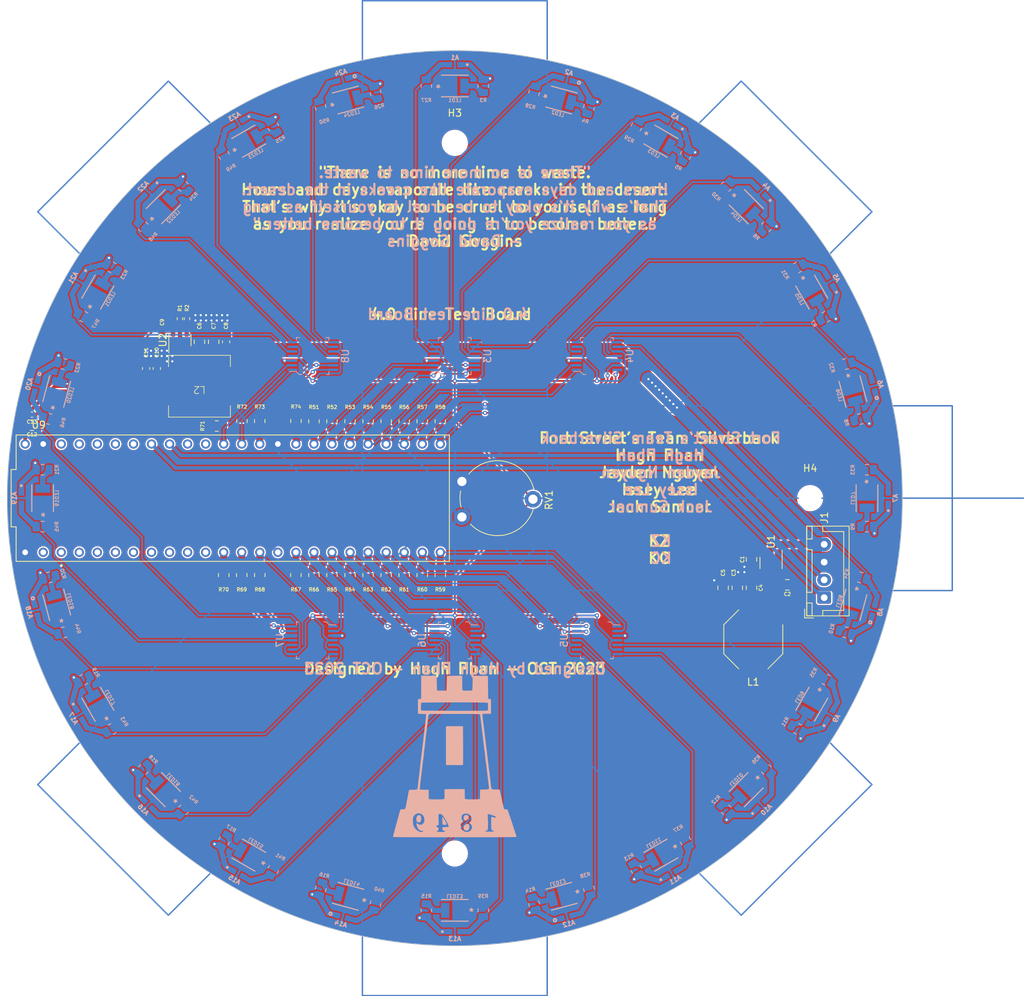
<source format=kicad_pcb>
(kicad_pcb (version 20221018) (generator pcbnew)
  (layers (0 "F.Cu" signal) (31 "B.Cu" signal) (34 "B.Paste" user) (35 "F.Paste" user) (36 "B.SilkS" user "B.Silkscreen") (37 "F.SilkS" user "F.Silkscreen") (38 "B.Mask" user) (39 "F.Mask" user) (44 "Edge.Cuts" user))
  (net 0 "")
  (net 1 "+3V3")
  (net 2 "Net-(U6C-+)")
  (net 3 "GND")
  (net 4 "Net-(U1-BST)")
  (net 5 "Net-(U1-SW)")
  (net 6 "/SDA")
  (net 7 "/SEN2")
  (net 8 "Net-(LED1-Pad2)")
  (net 9 "Net-(LED2-Pad2)")
  (net 10 "Net-(LED3-Pad2)")
  (net 11 "Net-(LED4-Pad2)")
  (net 12 "/SEN1")
  (net 13 "/SEN3")
  (net 14 "/SEN4")
  (net 15 "/VREF")
  (net 16 "/SCL")
  (net 17 "Net-(U4A-+)")
  (net 18 "Net-(U4B-+)")
  (net 19 "Net-(U4C-+)")
  (net 20 "Net-(U4D-+)")
  (net 21 "Net-(U5A-+)")
  (net 22 "Net-(U5B-+)")
  (net 23 "Net-(U5C-+)")
  (net 24 "Net-(U5D-+)")
  (net 25 "Net-(U6A-+)")
  (net 26 "Net-(U6B-+)")
  (net 27 "Net-(LED5-Pad2)")
  (net 28 "Net-(LED6-Pad2)")
  (net 29 "Net-(LED7-Pad2)")
  (net 30 "Net-(LED8-Pad2)")
  (net 31 "Net-(LED9-Pad2)")
  (net 32 "Net-(LED10-Pad2)")
  (net 33 "Net-(LED11-Pad2)")
  (net 34 "Net-(LED12-Pad2)")
  (net 35 "Net-(LED13-Pad2)")
  (net 36 "Net-(LED14-Pad2)")
  (net 37 "Net-(LED15-Pad2)")
  (net 38 "Net-(LED16-Pad2)")
  (net 39 "Net-(LED17-Pad2)")
  (net 40 "Net-(LED18-Pad2)")
  (net 41 "/SEN5")
  (net 42 "/SEN6")
  (net 43 "/SEN7")
  (net 44 "/SEN8")
  (net 45 "/SEN9")
  (net 46 "/SEN10")
  (net 47 "/SEN11")
  (net 48 "/SEN12")
  (net 49 "/SEN13")
  (net 50 "/SEN14")
  (net 51 "/SEN15")
  (net 52 "/SEN16")
  (net 53 "/SEN17")
  (net 54 "/SEN18")
  (net 55 "Net-(U3A-+)")
  (net 56 "Net-(U3B-+)")
  (net 57 "Net-(U3C-+)")
  (net 58 "Net-(U3D-+)")
  (net 59 "Net-(U6D-+)")
  (net 60 "Net-(U7A-+)")
  (net 61 "Net-(U7B-+)")
  (net 62 "Net-(U7C-+)")
  (net 63 "Net-(U7D-+)")
  (net 64 "+15V")
  (net 65 "Net-(LED19-Pad2)")
  (net 66 "Net-(LED20-Pad2)")
  (net 67 "Net-(LED21-Pad2)")
  (net 68 "Net-(LED22-Pad2)")
  (net 69 "Net-(LED23-Pad2)")
  (net 70 "Net-(LED24-Pad2)")
  (net 71 "/SEN19")
  (net 72 "/SEN20")
  (net 73 "/SEN21")
  (net 74 "/SEN22")
  (net 75 "/SEN23")
  (net 76 "/SEN24")
  (net 77 "+5V")
  (net 78 "Net-(U8A-+)")
  (net 79 "Net-(U8B-+)")
  (net 80 "Net-(U8C-+)")
  (net 81 "Net-(U8D-+)")
  (net 82 "Net-(U2-SW)")
  (net 83 "Net-(U2-VBST)")
  (net 84 "Net-(U2-VFB)")
  (footprint "Resistor_SMD:R_0805_2012Metric" (layer "F.Cu") (at 135.26 139.18 90)
    (fp_text reference "R53")
    (fp_text value "10k")
  )
  (footprint "MountingHole:MountingHole_3.2mm_M3" (layer "F.Cu") (at 150 200)
    (fp_text reference "H2")
    (fp_text value "MountingHole")
  )
  (footprint "Resistor_SMD:R_0805_2012Metric" (layer "F.Cu") (at 140.34 160.82 -90)
    (fp_text reference "R62")
    (fp_text value "10k")
  )
  (footprint "Resistor_SMD:R_0805_2012Metric" (layer "F.Cu") (at 122.55 139.15 90)
    (fp_text reference "R73")
    (fp_text value "10k")
  )
  (footprint "Resistor_SMD:R_0805_2012Metric" (layer "F.Cu") (at 137.8 160.82 -90)
    (fp_text reference "R63")
    (fp_text value "10k")
  )
  (footprint "Resistor_SMD:R_0805_2012Metric" (layer "F.Cu") (at 137.8 139.18 90)
    (fp_text reference "R54")
    (fp_text value "10k")
  )
  (footprint "Resistor_SMD:R_0805_2012Metric" (layer "F.Cu") (at 132.72 160.82 -90)
    (fp_text reference "R65")
    (fp_text value "10k")
  )
  (footprint "Capacitor_SMD:C_0603_1608Metric" (layer "F.Cu") (at 108.06525 131.75 90)
    (fp_text reference "C10")
    (fp_text value "22uF")
  )
  (footprint "Resistor_SMD:R_0805_2012Metric" (layer "F.Cu") (at 116.5 139.85 180)
    (fp_text reference "R71")
    (fp_text value "10k")
  )
  (footprint "Capacitor_SMD:C_0805_2012Metric" (layer "F.Cu") (at 196.8 162.2 180)
    (fp_text reference "C2")
    (fp_text value "0.1uF")
  )
  (footprint "Resistor_SMD:R_0805_2012Metric" (layer "F.Cu") (at 127.65 139.14 90)
    (fp_text reference "R74")
    (fp_text value "10k")
  )
  (footprint "Package_TO_SOT_SMD:SOT-23-6" (layer "F.Cu") (at 111.31525 127.75 90)
    (fp_text reference "U2")
    (fp_text value "TPS565208")
  )
  (footprint "Capacitor_SMD:C_0603_1608Metric" (layer "F.Cu") (at 108.81525 127.25 90)
    (fp_text reference "C9")
    (fp_text value "0.1uF")
  )
  (footprint "Resistor_SMD:R_0805_2012Metric" (layer "F.Cu") (at 135.26 160.82 -90)
    (fp_text reference "R64")
    (fp_text value "10k")
  )
  (footprint "Inductor_SMD:MPXV1D0840" (layer "F.Cu") (at 114.06525 134.25 180)
    (fp_text reference "L2")
    (fp_text value "3.3uH")
  )
  (footprint "Capacitor_SMD:C_0805_2012Metric" (layer "F.Cu") (at 114.06525 128 90)
    (fp_text reference "C6")
    (fp_text value "10uF")
  )
  (footprint "Capacitor_SMD:C_0805_2012Metric" (layer "F.Cu") (at 189.75 162.6125 -90)
    (fp_text reference "C3")
    (fp_text value "22uF")
  )
  (footprint "Resistor_SMD:R_0805_2012Metric" (layer "F.Cu") (at 127.64 160.82 -90)
    (fp_text reference "R67")
    (fp_text value "10k")
  )
  (footprint "Inductor_SMD:L_Bourns-SRU8043" (layer "F.Cu") (at 192 169.8625 -90)
    (fp_text reference "L1")
    (fp_text value "3.9uH")
  )
  (footprint "Resistor_SMD:R_0805_2012Metric" (layer "F.Cu") (at 120.05 139.15 90)
    (fp_text reference "R72")
    (fp_text value "10k")
  )
  (footprint "Resistor_SMD:R_0805_2012Metric" (layer "F.Cu") (at 145.42 160.82 -90)
    (fp_text reference "R60")
    (fp_text value "10k")
  )
  (footprint "Resistor_SMD:R_0805_2012Metric" (layer "F.Cu") (at 140.34 139.18 90)
    (fp_text reference "R55")
    (fp_text value "10k")
  )
  (footprint "Resistor_SMD:R_0805_2012Metric" (layer "F.Cu") (at 130.18 160.82 -90)
    (fp_text reference "R66")
    (fp_text value "10k")
  )
  (footprint "Capacitor_SMD:C_0805_2012Metric" (layer "F.Cu") (at 191.75 162.6125 -90)
    (fp_text reference "C4")
    (fp_text value "22uF")
  )
  (footprint "Resistor_SMD:R_0805_2012Metric" (layer "F.Cu") (at 147.96 139.18 90)
    (fp_text reference "R58")
    (fp_text value "10k")
  )
  (footprint "Resistor_SMD:R_0805_2012Metric" (layer "F.Cu") (at 142.88 160.82 -90)
    (fp_text reference "R61")
    (fp_text value "10k")
  )
  (footprint "Resistor_SMD:R_0805_2012Metric" (layer "F.Cu") (at 142.88 139.18 90)
    (fp_text reference "R56")
    (fp_text value "10k")
  )
  (footprint "MountingHole:MountingHole_3.2mm_M3" (layer "F.Cu") (at 200 150)
    (fp_text reference "H4")
    (fp_text value "MountingHole")
  )
  (footprint "Capacitor_SMD:C_0603_1608Metric" (layer "F.Cu") (at 106.56525 131.75 90)
    (fp_text reference "C11")
    (fp_text value "22uF")
  )
  (footprint "Capacitor_SMD:C_0805_2012Metric" (layer "F.Cu") (at 90.5 139.75 180)
    (fp_text reference "C12")
    (fp_text value "10uF")
  )
  (footprint "Resistor_SMD:R_0805_2012Metric" (layer "F.Cu") (at 147.96 160.82 -90)
    (fp_text reference "R59")
    (fp_text value "10k")
  )
  (footprint "Resistor_SMD:R_0805_2012Metric" (layer "F.Cu") (at 130.18 139.18 90)
    (fp_text reference "R51")
    (fp_text value "10k")
  )
  (footprint "Capacitor_SMD:C_0805_2012Metric" (layer "F.Cu") (at 187.75 162.6125 -90)
    (fp_text reference "C5")
    (fp_text value "0.1uF")
  )
  (footprint "Resistor_SMD:R_0805_2012Metric" (layer "F.Cu") (at 145.42 139.18 90)
    (fp_text reference "R57")
    (fp_text value "10k")
  )
  (footprint "Resistor_SMD:R_0402_1005Metric" (layer "F.Cu") (at 111.31525 124.75 -90)
    (fp_text reference "R1")
    (fp_text value "54k9")
  )
  (footprint "Resistor_SMD:R_0805_2012Metric" (layer "F.Cu") (at 132.72 139.18 90)
    (fp_text reference "R52")
    (fp_text value "10k")
  )
  (footprint "Capacitor_SMD:C_0603_1608Metric" (layer "F.Cu") (at 117.81525 128 90)
    (fp_text reference "C8")
    (fp_text value "0.1uF")
  )
  (footprint "Capacitor_SMD:C_0805_2012Metric" (layer "F.Cu") (at 116.06525 128 90)
    (fp_text reference "C7")
    (fp_text value "10uF")
  )
  (footprint "Resistor_SMD:R_0402_1005Metric" (layer "F.Cu") (at 112.31525 124.75 90)
    (fp_text reference "R2")
    (fp_text value "10k")
  )
  (footprint "Capacitor_SMD:C_0402_1005Metric" (layer "F.Cu") (at 90.5 138.25 180)
    (fp_text reference "C13")
    (fp_text value "0.1uF")
  )
  (footprint "Resistor_SMD:R_0805_2012Metric" (layer "F.Cu") (at 117.48 160.82 -90)
    (fp_text reference "R70")
    (fp_text value "10k")
  )
  (footprint "Resistor_SMD:R_0805_2012Metric" (layer "F.Cu") (at 122.56 160.82 -90)
    (fp_text reference "R68")
    (fp_text value "10k")
  )
  (footprint "Resistor_SMD:R_0805_2012Metric" (layer "F.Cu") (at 120.02 160.82 -90)
    (fp_text reference "R69")
    (fp_text value "10k")
  )
  (footprint "MountingHole:MountingHole_3.2mm_M3" (layer "F.Cu") (at 150 100)
    (fp_text reference "H3")
    (fp_text value "MountingHole")
  )
  (footprint "Capacitor_SMD:C_0805_2012Metric" (layer "F.Cu") (at 191.75 158.6125 90)
    (fp_text reference "C1")
    (fp_text value "10uF")
  )
  (footprint "Package_TO_SOT_SMD:TSOT-23-6" (layer "F.Cu") (at 194.5 159.1125 -90)
    (fp_text reference "U1")
    (fp_text value "AP63203WU")
  )
  (footprint "DEV-16771:MODULE_DEV-16771" (layer "F.Cu") (at 118.75 150)
    (fp_text reference "U9")
    (fp_text value "DEV-16771")
  )
  (footprint "Potentiometer_THT:Potentiometer_Piher_PT-10-V10_Vertical" (layer "F.Cu") (at 151 152.65)
    (fp_text reference "RV1")
    (fp_text value "5k Pot")
  )
  (footprint "Connector_JST:JST_XH_B4B-XH-A_1x04_P2.50mm_Vertical" (layer "F.Cu") (at 201.975 164 90)
    (fp_text reference "J1")
    (fp_text value "Line")
  )
  (footprint "JB2835AWT-W-U30GA0000-N0000001:LED_J2835_CRW" (layer "B.Cu") (at 121 200.229473 150)
    (fp_text reference "LED15")
    (fp_text value "JB2835AWT-W-U30GA0000-N0000001")
  )
  (footprint "Resistor_SMD:R_0805_2012Metric" (layer "B.Cu") (at 198.229473 117.535898 30)
    (fp_text reference "R31")
    (fp_text value "330R")
  )
  (footprint "Resistor_SMD:R_0805_2012Metric" (layer "B.Cu") (at 198.229473 182.464102 150)
    (fp_text reference "R11")
    (fp_text value "12R")
  )
  (footprint "Resistor_SMD:R_0805_2012Metric" (layer "B.Cu") (at 193.84062 111.816234 -135)
    (fp_text reference "R6")
    (fp_text value "12R")
  )
  (footprint "JB2835AWT-W-U30GA0000-N0000001:LED_J2835_CRW" (layer "B.Cu") (at 121 99.770527 30)
    (fp_text reference "LED23")
    (fp_text value "JB2835AWT-W-U30GA0000-N0000001")
  )
  (footprint "Resistor_SMD:R_0805_2012Metric" (layer "B.Cu") (at 138.852199 92.941026 -75)
    (fp_text reference "R26")
    (fp_text value "12R")
  )
  (footprint "JB2835AWT-W-U30GA0000-N0000001:LED_J2835_CRW" (layer "B.Cu") (at 200.229473 179 -120)
    (fp_text reference "LED9")
    (fp_text value "JB2835AWT-W-U30GA0000-N0000001")
  )
  (footprint "Resistor_SMD:R_0805_2012Metric" (layer "B.Cu") (at 106.15938 188.183766 45)
    (fp_text reference "R18")
    (fp_text value "12R")
  )
  (footprint "JB2835AWT-W-U30GA0000-N0000001:LED_J2835_CRW" (layer "B.Cu") (at 179 99.770527 -30)
    (fp_text reference "LED3")
    (fp_text value "JB2835AWT-W-U30GA0000-N0000001")
  )
  (footprint "ALS-PT19-315C_L177_TR8:XDCR_ALS-PT19-315C_L177_TR8" (layer "B.Cu") (at 106.866486 193.133514 -45)
    (fp_text reference "A16")
    (fp_text value "ALS-PT19")
  )
  (footprint "Resistor_SMD:R_0805_2012Metric" (layer "B.Cu") (at 161.147801 92.941026 75)
    (fp_text reference "R28")
    (fp_text value "330R")
  )
  (footprint "digikey-footprints:TSSOP-14_W4.4mm" (layer "B.Cu") (at 170 170 -90)
    (fp_text reference "U5")
    (fp_text value "LM339")
  )
  (footprint "Resistor_SMD:R_0805_2012Metric" (layer "B.Cu") (at 175.535898 97.770527 60)
    (fp_text reference "R29")
    (fp_text value "330R")
  )
  (footprint "JB2835AWT-W-U30GA0000-N0000001:LED_J2835_CRW" (layer "B.Cu") (at 108.987807 191.012193 135)
    (fp_text reference "LED16")
    (fp_text value "JB2835AWT-W-U30GA0000-N0000001")
  )
  (footprint "JB2835AWT-W-U30GA0000-N0000001:LED_J2835_CRW" (layer "B.Cu") (at 191.012193 191.012193 -135)
    (fp_text reference "LED10")
    (fp_text value "JB2835AWT-W-U30GA0000-N0000001")
  )
  (footprint "Resistor_SMD:R_0805_2012Metric" (layer "B.Cu") (at 168.875208 95.011578 -105)
    (fp_text reference "R4")
    (fp_text value "12R")
  )
  (footprint "digikey-footprints:TSSOP-14_W4.4mm" (layer "B.Cu") (at 150 130 90)
    (fp_text reference "U3")
    (fp_text value "LM339")
  )
  (footprint "JB2835AWT-W-U30GA0000-N0000001:LED_J2835_CRW" (layer "B.Cu") (at 99.770527 121 60)
    (fp_text reference "LED21")
    (fp_text value "JB2835AWT-W-U30GA0000-N0000001")
  )
  (footprint "Resistor_SMD:R_0805_2012Metric" (layer "B.Cu") (at 208 154 180)
    (fp_text reference "R9")
    (fp_text value "12R")
  )
  (footprint "Resistor_SMD:R_0805_2012Metric" (layer "B.Cu") (at 117.535898 101.770527 120)
    (fp_text reference "R49")
    (fp_text value "330R")
  )
  (footprint "Resistor_SMD:R_0805_2012Metric" (layer "B.Cu") (at 202.229473 175.535898 -30)
    (fp_text reference "R35")
    (fp_text value "330R")
  )
  (footprint "JB2835AWT-W-U30GA0000-N0000001:LED_J2835_CRW" (layer "B.Cu") (at 150 208 180)
    (fp_text reference "LED13")
    (fp_text value "JB2835AWT-W-U30GA0000-N0000001")
  )
  (footprint "ALS-PT19-315C_L177_TR8:XDCR_ALS-PT19-315C_L177_TR8" (layer "B.Cu") (at 106.866486 106.866486 -135)
    (fp_text reference "A22")
    (fp_text value "ALS-PT19")
  )
  (footprint "Resistor_SMD:R_0805_2012Metric" (layer "B.Cu") (at 117.535898 198.229473 60)
    (fp_text reference "R17")
    (fp_text value "12R")
  )
  (footprint "Resistor_SMD:R_0805_2012Metric" (layer "B.Cu") (at 146 92 90)
    (fp_text reference "R27")
    (fp_text value "330R")
  )
  (footprint "ALS-PT19-315C_L177_TR8:XDCR_ALS-PT19-315C_L177_TR8" (layer "B.Cu") (at 91.078525 165.787962 -75)
    (fp_text reference "A18")
    (fp_text value "ALS-PT19")
  )
  (footprint "ALS-PT19-315C_L177_TR8:XDCR_ALS-PT19-315C_L177_TR8" (layer "B.Cu") (at 150 89 180)
    (fp_text reference "A1")
    (fp_text value "ALS-PT19")
  )
  (footprint "Resistor_SMD:R_0805_2012Metric" (layer "B.Cu") (at 95.011578 168.875208 -165)
    (fp_text reference "R44")
    (fp_text value "330R")
  )
  (footprint "ALS-PT19-315C_L177_TR8:XDCR_ALS-PT19-315C_L177_TR8" (layer "B.Cu") (at 211 150 90)
    (fp_text reference "A7")
    (fp_text value "ALS-PT19")
  )
  (footprint "Resistor_SMD:R_0805_2012Metric" (layer "B.Cu") (at 111.816234 106.15938 -45)
    (fp_text reference "R24")
    (fp_text value "12R")
  )
  (footprint "ALS-PT19-315C_L177_TR8:XDCR_ALS-PT19-315C_L177_TR8" (layer "B.Cu") (at 193.133514 193.133514 45)
    (fp_text reference "A10")
    (fp_text value "ALS-PT19")
  )
  (footprint "ALS-PT19-315C_L177_TR8:XDCR_ALS-PT19-315C_L177_TR8" (layer "B.Cu") (at 134.212038 91.078525 -165)
    (fp_text reference "A24")
    (fp_text value "ALS-PT19")
  )
  (footprint "digikey-footprints:TSSOP-14_W4.4mm" (layer "B.Cu") (at 170 130 90)
    (fp_text reference "U4")
    (fp_text value "LM339")
  )
  (footprint "digikey-footprints:TSSOP-14_W4.4mm" (layer "B.Cu") (at 130 170 -90)
    (fp_text reference "U7")
    (fp_text value "LM339")
  )
  (footprint "ALS-PT19-315C_L177_TR8:XDCR_ALS-PT19-315C_L177_TR8" (layer "B.Cu") (at 97.17245 119.5 -120)
    (fp_text reference "A21")
    (fp_text value "ALS-PT19")
  )
  (footprint "JB2835AWT-W-U30GA0000-N0000001:LED_J2835_CRW" (layer "B.Cu") (at 92 150 90)
    (fp_text reference "LED19")
    (fp_text value "JB2835AWT-W-U30GA0000-N0000001")
  )
  (footprint "Resistor_SMD:R_0805_2012Metric" (layer "B.Cu") (at 168.875208 204.988422 -75)
    (fp_text reference "R38")
    (fp_text value "330R")
  )
  (footprint "Resistor_SMD:R_0805_2012Metric" (layer "B.Cu") (at 188.183766 193.84062 135)
    (fp_text reference "R12")
    (fp_text value "12R")
  )
  (footprint "JB2835AWT-W-U30GA0000-N0000001:LED_J2835_CRW" (layer "B.Cu") (at 99.770527 179 120)
    (fp_text reference "LED17")
    (fp_text value "JB2835AWT-W-U30GA0000-N0000001")
  )
  (footprint "JB2835AWT-W-U30GA0000-N0000001:LED_J2835_CRW" (layer "B.Cu") (at 93.976302 134.988495 75)
    (fp_text reference "LED20")
    (fp_text value "JB2835AWT-W-U30GA0000-N0000001")
  )
  (footprint "Resistor_SMD:R_0805_2012Metric" (layer "B.Cu") (at 146 208 90)
    (fp_text reference "R15")
    (fp_text value "12R")
  )
  (footprint "digikey-footprints:TSSOP-14_W4.4mm" (layer "B.Cu") (at 150 170 -90)
    (fp_text reference "U6")
    (fp_text value "LM339")
  )
  (footprint "ALS-PT19-315C_L177_TR8:XDCR_ALS-PT19-315C_L177_TR8" (layer "B.Cu") (at 202.82755 119.5 120)
    (fp_text reference "A5")
    (fp_text value "ALS-PT19")
  )
  (footprint "JB2835AWT-W-U30GA0000-N0000001:LED_J2835_CRW" (layer "B.Cu") (at 134.988495 206.023698 165)
    (fp_text reference "LED14")
    (fp_text value "JB2835AWT-W-U30GA0000-N0000001")
  )
  (footprint "Resistor_SMD:R_0805_2012Metric" (layer "B.Cu") (at 97.770527 124.464102 150)
    (fp_text reference "R47")
    (fp_text value "330R")
  )
  (footprint "Resistor_SMD:R_0805_2012Metric" (layer "B.Cu") (at 207.058974 161.147801 -15)
    (fp_text reference "R34")
    (fp_text value "330R")
  )
  (footprint "JB2835AWT-W-U30GA0000-N0000001:LED_J2835_CRW" (layer "B.Cu") (at 191.012193 108.987807 -45)
    (fp_text reference "LED4")
    (fp_text value "JB2835AWT-W-U30GA0000-N0000001")
  )
  (footprint "JB2835AWT-W-U30GA0000-N0000001:LED_J2835_CRW" (layer "B.Cu") (at 93.976302 165.011505 105)
    (fp_text reference "LED18")
    (fp_text value "JB2835AWT-W-U30GA0000-N0000001")
  )
  (footprint "Resistor_SMD:R_0805_2012Metric" (layer "B.Cu") (at 175.535898 202.229473 120)
    (fp_text reference "R13")
    (fp_text value "12R")
  )
  (footprint "Resistor_SMD:R_0805_2012Metric" (layer "B.Cu") (at 161.147801 207.058974 105)
    (fp_text reference "R14")
    (fp_text value "12R")
  )
  (footprint "ALS-PT19-315C_L177_TR8:XDCR_ALS-PT19-315C_L177_TR8" (layer "B.Cu") (at 202.82755 180.5 60)
    (fp_text reference "A9")
    (fp_text value "ALS-PT19")
  )
  (footprint "LOGO" (layer "B.Cu") (at 149.692102 186 180)
    (fp_text reference "G***" hide)
    (fp_text value "LOGO" hide)
  )
  (footprint "JB2835AWT-W-U30GA0000-N0000001:LED_J2835_CRW" (layer "B.Cu") (at 206.023698 134.988495 -75)
    (fp_text reference "LED6")
    (fp_text value "JB2835AWT-W-U30GA0000-N0000001")
  )
  (footprint "Resistor_SMD:R_0805_2012Metric" (layer "B.Cu") (at 101.770527 182.464102 -150)
    (fp_text reference "R43")
    (fp_text value "330R")
  )
  (footprint "ALS-PT19-315C_L177_TR8:XDCR_ALS-PT19-315C_L177_TR8" (layer "B.Cu") (at 150 211)
    (fp_text reference "A13")
    (fp_text value "ALS-PT19")
  )
  (footprint "Resistor_SMD:R_0805_2012Metric" (layer "B.Cu") (at 138.852199 207.058974 -105)
    (fp_text reference "R40")
    (fp_text value "330R")
  )
  (footprint "Resistor_SMD:R_0805_2012Metric" (layer "B.Cu") (at 182.464102 101.770527 -120)
    (fp_text reference "R5")
    (fp_text value "12R")
  )
  (footprint "Resistor_SMD:R_0805_2012Metric" (layer "B.Cu") (at 182.464102 198.229473 -60)
    (fp_text reference "R37")
    (fp_text value "330R")
  )
  (footprint "JB2835AWT-W-U30GA0000-N0000001:LED_J2835_CRW" (layer "B.Cu") (at 179 200.229473 -150)
    (fp_text reference "LED11")
    (fp_text value "JB2835AWT-W-U30GA0000-N0000001")
  )
  (footprint "JB2835AWT-W-U30GA0000-N0000001:LED_J2835_CRW" (layer "B.Cu") (at 200.229473 121 -60)
    (fp_text reference "LED5")
    (fp_text value "JB2835AWT-W-U30GA0000-N0000001")
  )
  (footprint "ALS-PT19-315C_L177_TR8:XDCR_ALS-PT19-315C_L177_TR8" (layer "B.Cu") (at 97.17245 180.5 -60)
    (fp_text reference "A17")
    (fp_text value "ALS-PT19")
  )
  (footprint "Resistor_SMD:R_0805_2012Metric" (layer "B.Cu") (at 154 208 -90)
    (fp_text reference "R39")
    (fp_text value "330R")
  )
  (footprint "Resistor_SMD:R_0805_2012Metric" (layer "B.Cu") (at 92 154 180)
    (fp_text reference "R45")
    (fp_text value "330R")
  )
  (footprint "JB2835AWT-W-U30GA0000-N0000001:LED_J2835_CRW" (layer "B.Cu") (at 108.987807 108.987807 45)
    (fp_text reference "LED22")
    (fp_text value "JB2835AWT-W-U30GA0000-N0000001")
  )
  (footprint "Resistor_SMD:R_0805_2012Metric" (layer "B.Cu") (at 193.84062 188.183766 -45)
    (fp_text reference "R36")
    (fp_text value "330R")
  )
  (footprint "ALS-PT19-315C_L177_TR8:XDCR_ALS-PT19-315C_L177_TR8" (layer "B.Cu") (at 165.787962 91.078525 165)
    (fp_text reference "A2")
    (fp_text value "ALS-PT19")
  )
  (footprint "Resistor_SMD:R_0805_2012Metric" (layer "B.Cu") (at 154 92 -90)
    (fp_text reference "R3")
    (fp_text value "12R")
  )
  (footprint "ALS-PT19-315C_L177_TR8:XDCR_ALS-PT19-315C_L177_TR8" (layer "B.Cu") (at 134.212038 208.921475 -15)
    (fp_text reference "A14")
    (fp_text value "ALS-PT19")
  )
  (footprint "ALS-PT19-315C_L177_TR8:XDCR_ALS-PT19-315C_L177_TR8" (layer "B.Cu") (at 165.787962 208.921475 15)
    (fp_text reference "A12")
    (fp_text value "ALS-PT19")
  )
  (footprint "ALS-PT19-315C_L177_TR8:XDCR_ALS-PT19-315C_L177_TR8" (layer "B.Cu") (at 180.5 202.82755 30)
    (fp_text reference "A11")
    (fp_text value "ALS-PT19")
  )
  (footprint "JB2835AWT-W-U30GA0000-N0000001:LED_J2835_CRW" (layer "B.Cu") (at 165.011505 206.023698 -165)
    (fp_text reference "LED12")
    (fp_text value "JB2835AWT-W-U30GA0000-N0000001")
  )
  (footprint "ALS-PT19-315C_L177_TR8:XDCR_ALS-PT19-315C_L177_TR8" (layer "B.Cu") (at 208.921475 134.212038 105)
    (fp_text reference "A6")
    (fp_text value "ALS-PT19")
  )
  (footprint "ALS-PT19-315C_L177_TR8:XDCR_ALS-PT19-315C_L177_TR8" (layer "B.Cu") (at 119.5 97.17245 -150)
    (fp_text reference "A23")
    (fp_text value "ALS-PT19")
  )
  (footprint "JB2835AWT-W-U30GA0000-N0000001:LED_J2835_CRW" (layer "B.Cu") (at 134.988495 93.976302 15)
    (fp_text reference "LED24")
    (fp_text value "JB2835AWT-W-U30GA0000-N0000001")
  )
  (footprint "Resistor_SMD:R_0805_2012Metric" (layer "B.Cu") (at 124.464102 202.229473 -120)
    (fp_text reference "R41")
    (fp_text value "330R")
  )
  (footprint "ALS-PT19-315C_L177_TR8:XDCR_ALS-PT19-315C_L177_TR8" (layer "B.Cu") (at 208.921475 165.787962 75)
    (fp_text reference "A8")
    (fp_text value "ALS-PT19")
  )
  (footprint "Resistor_SMD:R_0805_2012Metric" (layer "B.Cu") (at 101.770527 117.535898 -30)
    (fp_text reference "R23")
    (fp_text value "12R")
  )
  (footprint "Resistor_SMD:R_0805_2012Metric" (layer "B.Cu") (at 106.15938 111.816234 135)
    (fp_text reference "R48")
    (fp_text value "330R")
  )
  (footprint "Resistor_SMD:R_0805_2012Metric" (layer "B.Cu") (at 92.941026 138.852199 165)
    (fp_text reference "R46")
    (fp_text value "330R")
  )
  (footprint "Resistor_SMD:R_0805_2012Metric" (layer "B.Cu") (at 92 146)
    (fp_text reference "R21")
    (fp_text value "12R")
  )
  (footprint "Resistor_SMD:R_0805_2012Metric" (layer "B.Cu") (at 204.988422 168.875208 165)
    (fp_text reference "R10")
    (fp_text value "12R")
  )
  (footprint "JB2835AWT-W-U30GA0000-N0000001:LED_J2835_CRW" (layer "B.Cu") (at 208 150 -90)
    (fp_text reference "LED7")
    (fp_text value "JB2835AWT-W-U30GA0000-N0000001")
  )
  (footprint "ALS-PT19-315C_L177_TR8:XDCR_ALS-PT19-315C_L177_TR8" (layer "B.Cu") (at 119.5 202.82755 -30)
    (fp_text reference "A15")
    (fp_text value "ALS-PT19")
  )
  (footprint "Resistor_SMD:R_0805_2012Metric" (layer "B.Cu") (at 92.941026 161.147801 15)
    (fp_text reference "R20")
    (fp_text value "12R")
  )
  (footprint "Resistor_SMD:R_0805_2012Metric" (layer "B.Cu") (at 97.770527 175.535898 30)
    (fp_text reference "R19")
    (fp_text value "12R")
  )
  (footprint "JB2835AWT-W-U30GA0000-N0000001:LED_J2835_CRW" (layer "B.Cu") (at 206.023698 165.011505 -105)
    (fp_text reference "LED8")
    (fp_text value "JB2835AWT-W-U30GA0000-N0000001")
  )
  (footprint "Resistor_SMD:R_0805_2012Metric" (layer "B.Cu") (at 207.058974 138.852199 -165)
    (fp_text reference "R8")
    (fp_text value "12R")
  )
  (footprint "digikey-footprints:TSSOP-14_W4.4mm" (layer "B.Cu") (at 130 130 90)
    (fp_text reference "U8")
    (fp_text value "LM339")
  )
  (footprint "ALS-PT19-315C_L177_TR8:XDCR_ALS-PT19-315C_L177_TR8" (layer "B.Cu") (at 193.133514 106.866486 135)
    (fp_text reference "A4")
    (fp_text value "ALS-PT19")
  )
  (footprint "Resistor_SMD:R_0805_2012Metric" (layer "B.Cu") (at 188.183766 106.15938 45)
    (fp_text reference "R30")
    (fp_text value "330R")
  )
  (footprint "Resistor_SMD:R_0805_2012Metric" (layer "B.Cu") (at 131.124792 95.011578 105)
    (fp_text reference "R50")
    (fp_text value "330R")
  )
  (footprint "Resistor_SMD:R_0805_2012Metric" (layer "B.Cu") (at 131.124792 204.988422 75)
    (fp_text reference "R16")
    (fp_text value "12R")
  )
  (footprint "Resistor_SMD:R_0805_2012Metric" (layer "B.Cu") (at 124.464102 97.770527 -60)
    (fp_text reference "R25")
    (fp_text value "12R")
  )
  (footprint "Resistor_SMD:R_0805_2012Metric" (layer "B.Cu") (at 95.011578 131.124792 -15)
    (fp_text reference "R22")
    (fp_text value "12R")
  )
  (footprint "Resistor_SMD:R_0805_2012Metric" (layer "B.Cu") (at 111.816234 193.84062 -135)
    (fp_text reference "R42")
    (fp_text value "330R")
  )
  (footprint "JB2835AWT-W-U30GA0000-N0000001:LED_J2835_CRW" (layer "B.Cu") (at 150 92)
    (fp_text reference "LED1")
    (fp_text value "JB2835AWT-W-U30GA0000-N0000001")
  )
  (footprint "Resistor_SMD:R_0805_2012Metric" (layer "B.Cu") (at 204.988422 131.124792 15)
    (fp_text reference "R32")
    (fp_text value "330R")
  )
  (footprint "ALS-PT19-315C_L177_TR8:XDCR_ALS-PT19-315C_L177_TR8" (layer "B.Cu") (at 89 150 -90)
    (fp_text reference "A19")
    (fp_text value "ALS-PT19")
  )
  (footprint "Resistor_SMD:R_0805_2012Metric" (layer "B.Cu") (at 202.229473 124.464102 -150)
    (fp_text reference "R7")
    (fp_text value "12R")
  )
  (footprint "JB2835AWT-W-U30GA0000-N0000001:LED_J2835_CRW" (layer "B.Cu") (at 165.011505 93.976302 -15)
    (fp_text reference "LED2")
    (fp_text value "JB2835AWT-W-U30GA0000-N0000001")
  )
  (footprint "Resistor_SMD:R_0805_2012Metric" (layer "B.Cu") (at 208 146)
    (fp_text reference "R33")
    (fp_text value "330R")
  )
  (footprint "ALS-PT19-315C_L177_TR8:XDCR_ALS-PT19-315C_L177_TR8" (layer "B.Cu") (at 91.078525 134.212038 -105)
    (fp_text reference "A20")
    (fp_text value "ALS-PT19")
  )
  (footprint "ALS-PT19-315C_L177_TR8:XDCR_ALS-PT19-315C_L177_TR8" (layer "B.Cu") (at 180.5 97.17245 150)
    (fp_text reference "A3")
    (fp_text value "ALS-PT19")
  )
  (gr_poly (pts (xy 91.310137 190.305087) (xy 140.807612 140.807612) (xy 159.192388 159.192389) (xy 109.694913 208.689863)) (stroke (width 0.2)) (fill none) (layer "B.Cu"))
  (gr_poly (pts (xy 190.305087 208.689863) (xy 140.807612 159.192388) (xy 159.192389 140.807612) (xy 208.689863 190.305087)) (stroke (width 0.2)) (fill none) (layer "B.Cu"))
  (gr_line (start 150 137) (end 150 163) (stroke (width 0.2)) (layer "B.Cu"))
  (gr_poly (pts (xy 109.694913 91.310137) (xy 159.192388 140.807612) (xy 140.807611 159.192388) (xy 91.310137 109.694913)) (stroke (width 0.2)) (fill none) (layer "B.Cu"))
  (gr_line (start 150 150) (end 150 137) (stroke (width 0.2)) (layer "B.Cu"))
  (gr_rect (start 163 80) (end 137 150) (stroke (width 0.2)) (fill none) (layer "B.Cu"))
  (gr_line (start 150 150) (end 230 150) (stroke (width 0.2)) (layer "B.Cu"))
  (gr_poly (pts (xy 208.689863 109.694913) (xy 159.192388 159.192388) (xy 140.807612 140.807611) (xy 190.305087 91.310137)) (stroke (width 0.2)) (fill none) (layer "B.Cu"))
  (gr_rect (start 220 163) (end 150 137) (stroke (width 0.2)) (fill none) (layer "B.Cu"))
  (gr_rect (start 137 220) (end 163 150) (stroke (width 0.2)) (fill none) (layer "B.Cu"))
  (gr_circle (center 150 150) (end 213 150) (stroke (width 0.1)) (fill none) (layer "Edge.Cuts"))
  (gr_text "Fort Street's Team Silverback\nHugh Phan\nJayden Nguyen\nIssey Lee\nJack Sumner\n\nKZ\nKC" (at 179 150) (layer "B.SilkS") (effects (font (size 1.5 1.5) (thickness 0.3) bold) (justify mirror)))
  (gr_text "4.0 Line Test Board" (at 160.5 125) (layer "B.SilkS") (effects (font (size 1.5 1.5) (thickness 0.3) bold) (justify left bottom mirror)))
  (gr_text "Designed by Hugh Phan - OCT 2023" (at 150 174) (layer "B.SilkS") (effects (font (size 1.5 1.5) (thickness 0.3) bold) (justify mirror)))
  (gr_text "{dblquote}There is no more time to waste.\nHours and days evaporate like creeks in the desert.\nThat's why it's okay to be cruel to yourself as long\nas you realize you're doing it to become better.{dblquote}\n- David Goggins" (at 150 109) (layer "B.SilkS") (effects (font (size 1.5 1.5) (thickness 0.3) bold) (justify mirror)))
  (gr_text "Designed by Hugh Phan - OCT 2023" (at 150 174) (layer "F.SilkS") (effects (font (size 1.5 1.5) (thickness 0.3) bold)))
  (gr_text "Fort Street's Team Silverback\nHugh Phan\nJayden Nguyen\nIssey Lee\nJack Sumner\n\nKZ\nKC" (at 178.75 150) (layer "F.SilkS") (effects (font (size 1.5 1.5) (thickness 0.3) bold)))
  (gr_text "4.0 Line Test Board" (at 138 125) (layer "F.SilkS") (effects (font (size 1.5 1.5) (thickness 0.3) bold) (justify left bottom)))
  (gr_text "{dblquote}There is no more time to waste.\nHours and days evaporate like creeks in the desert.\nThat's why it's okay to be cruel to yourself as long\nas you realize you're doing it to become better.{dblquote}\n- David Goggins" (at 150 109) (layer "F.SilkS") (effects (font (size 1.5 1.5) (thickness 0.3) bold)))
  (segment (start 191.75 163.6625) (end 189.75 163.6625) (width 0.75) (layer "F.Cu") (net 1))
  (via (at 90.95 145.05) (size 0.6) (drill 0.3) (layers "F.Cu" "B.Cu") (net 1))
  (via (at 170.064597 94.243234) (size 0.6) (drill 0.3) (layers "F.Cu" "B.Cu") (net 1))
  (via (at 175.238174 203.6138) (size 0.6) (drill 0.3) (layers "F.Cu" "B.Cu") (net 1))
  (via (at 209.05 154.95) (size 0.6) (drill 0.3) (layers "F.Cu" "B.Cu") (net 1))
  (via (at 208.319074 139.498068) (size 0.6) (drill 0.3) (layers "F.Cu" "B.Cu") (net 1))
  (via (at 205.756766 170.064597) (size 0.6) (drill 0.3) (layers "F.Cu" "B.Cu") (net 1))
  (via (at 111.745523 104.745166) (size 0.6) (drill 0.3) (layers "F.Cu" "B.Cu") (net 1))
  (via (at 116.188174 198.6638) (size 0.6) (drill 0.3) (layers "F.Cu" "B.Cu") (net 1))
  (via (at 160.501932 208.319074) (size 0.6) (drill 0.3) (layers "F.Cu" "B.Cu") (net 1))
  (via (at 198.6638 183.811826) (size 0.6) (drill 0.3) (layers "F.Cu" "B.Cu") (net 1))
  (via (at 146.05 130.65) (size 0.6) (drill 0.3) (layers "F.Cu" "B.Cu") (net 1))
  (via (at 101.3362 116.188174) (size 0.6) (drill 0.3) (layers "F.Cu" "B.Cu") (net 1))
  (via (at 129.935403 205.756766) (size 0.6) (drill 0.3) (layers "F.Cu" "B.Cu") (net 1))
  (via (at 203.6138 124.761826) (size 0.6) (drill 0.3) (layers "F.Cu" "B.Cu") (net 1))
  (via (at 104.745166 188.254477) (size 0.6) (drill 0.3) (layers "F.Cu" "B.Cu") (net 1))
  (via (at 91.680926 160.501932) (size 0.6) (drill 0.3) (layers "F.Cu" "B.Cu") (net 1))
  (via (at 188.254477 195.254834) (size 0.6) (drill 0.3) (layers "F.Cu" "B.Cu") (net 1))
  (via (at 126.05 130.65) (size 0.6) (drill 0.3) (layers "F.Cu" "B.Cu") (net 1))
  (via (at 173.95 169.35) (size 0.6) (drill 0.3) (layers "F.Cu" "B.Cu") (net 1))
  (via (at 139.498068 91.680926) (size 0.6) (drill 0.3) (layers "F.Cu" "B.Cu") (net 1))
  (via (at 145.05 209.05) (size 0.6) (drill 0.3) (layers "F.Cu" "B.Cu") (net 1))
  (via (at 195.254834 111.745523) (size 0.6) (drill 0.3) (layers "F.Cu" "B.Cu") (net 1))
  (via (at 166.05 130.65) (size 0.6) (drill 0.3) (layers "F.Cu" "B.Cu") (net 1))
  (via (at 183.811826 101.3362) (size 0.6) (drill 0.3) (layers "F.Cu" "B.Cu") (net 1))
  (via (at 94.243234 129.935403) (size 0.6) (drill 0.3) (layers "F.Cu" "B.Cu") (net 1))
  (via (at 154 169.35) (size 0.6) (drill 0.3) (layers "F.Cu" "B.Cu") (net 1))
  (via (at 134.15 169.35) (size 0.6) (drill 0.3) (layers "F.Cu" "B.Cu") (net 1))
  (via (at 124.761826 96.3862) (size 0.6) (drill 0.3) (layers "F.Cu" "B.Cu") (net 1))
  (via (at 154.95 90.95) (size 0.6) (drill 0.3) (layers "F.Cu" "B.Cu") (net 1))
  (via (at 96.3862 175.238174) (size 0.6) (drill 0.3) (layers "F.Cu" "B.Cu") (net 1))
  (segment (start 203.6138 124.761826) (end 203.1388 123.939102) (width 0.75) (layer "B.Cu") (net 1))
  (segment (start 108.316055 105.416917) (end 111.073771 105.416917) (width 0.75) (layer "B.Cu") (net 1))
  (segment (start 139.498068 91.680926) (end 138.580438 91.926804) (width 0.75) (layer "B.Cu") (net 1))
  (segment (start 160.501932 208.319074) (end 161.419562 208.073196) (width 0.75) (layer "B.Cu") (net 1))
  (segment (start 163.807814 209.452054) (end 161.419562 208.073196) (width 0.75) (layer "B.Cu") (net 1))
  (segment (start 194.583083 108.316055) (end 194.583083 111.073771) (width 0.75) (layer "B.Cu") (net 1))
  (segment (start 152.05 89) (end 154 90.95) (width 0.75) (layer "B.Cu") (net 1))
  (segment (start 98.19745 117.724648) (end 100.8612 117.010898) (width 0.75) (layer "B.Cu") (net 1))
  (segment (start 121.275352 96.14745) (end 123.939102 96.8612) (width 0.75) (layer "B.Cu") (net 1))
  (segment (start 91.680926 160.501932) (end 91.926804 161.419562) (width 0.75) (layer "B.Cu") (net 1))
  (segment (start 195.254834 111.745523) (end 194.583083 111.073772) (width 0.75) (layer "B.Cu") (net 1))
  (segment (start 182.275352 98.19745) (end 182.989102 100.8612) (width 0.75) (layer "B.Cu") (net 1))
  (segment (start 147.95 211) (end 146 209.05) (width 0.75) (layer "B.Cu") (net 1))
  (segment (start 170.064597 94.243234) (end 169.146967 93.997356) (width 0.75) (layer "B.Cu") (net 1))
  (segment (start 154.95 90.95) (end 154 90.95) (width 0.75) (layer "B.Cu") (net 1))
  (segment (start 104.745166 188.254477) (end 105.416917 188.926228) (width 0.75) (layer "B.Cu") (net 1))
  (segment (start 175.238174 203.6138) (end 176.060898 203.1388) (width 0.75) (layer "B.Cu") (net 1))
  (segment (start 209.452054 136.192186) (end 208.073196 138.580438) (width 0.75) (layer "B.Cu") (net 1))
  (segment (start 191.683945 194.583083) (end 188.926229 194.583083) (width 0.75) (layer "B.Cu") (net 1))
  (segment (start 208.390896 167.76811) (end 206.002644 169.146968) (width 0.75) (layer "B.Cu") (net 1))
  (segment (start 209.05 154.95) (end 209.05 154) (width 0.75) (layer "B.Cu") (net 1))
  (segment (start 94.243234 129.935403) (end 93.997356 130.853033) (width 0.75) (layer "B.Cu") (net 1))
  (segment (start 203.20255 120.149519) (end 203.85255 121.275352) (width 0.75) (layer "B.Cu") (net 1))
  (segment (start 91.609104 132.23189) (end 93.997356 130.853032) (width 0.75) (layer "B.Cu") (net 1))
  (segment (start 166.512406 91.272639) (end 167.76811 91.609104) (width 0.75) (layer "B.Cu") (net 1))
  (segment (start 91.272639 133.487594) (end 91.609104 132.23189) (width 0.75) (layer "B.Cu") (net 1))
  (segment (start 96.14745 178.724648) (end 96.8612 176.060898) (width 0.75) (layer "B.Cu") (net 1))
  (segment (start 193.663844 107.396816) (end 194.583083 108.316055) (width 0.75) (layer "B.Cu") (net 1))
  (segment (start 118.850481 202.45255) (end 117.724648 201.80255) (width 0.75) (layer "B.Cu") (net 1))
  (segment (start 201.80255 182.275352) (end 199.1388 182.989102) (width 0.75) (layer "B.Cu") (net 1))
  (segment (start 208.727361 166.512406) (end 208.390896 167.76811) (width 0.75) (layer "B.Cu") (net 1))
  (segment (start 149.25 211) (end 147.95 211) (width 0.75) (layer "B.Cu") (net 1))
  (segment (start 165.063517 209.11559) (end 163.807813 209.452055) (width 0.75) (layer "B.Cu") (net 1))
  (segment (start 90.95 145.05) (end 90.95 146) (width 0.75) (layer "B.Cu") (net 1))
  (segment (start 127.125 130.65) (end 126.05 130.65) (width 0.25) (layer "B.Cu") (net 1))
  (segment (start 205.756766 170.064597) (end 206.002644 169.146967) (width 0.75) (layer "B.Cu") (net 1))
  (segment (start 136.192186 90.547946) (end 138.580438 91.926804) (width 0.75) (layer "B.Cu") (net 1))
  (segment (start 211 150.75) (end 211 152.05) (width 0.75) (layer "B.Cu") (net 1))
  (segment (start 132.23189 208.390896) (end 130.853032 206.002644) (width 0.75) (layer "B.Cu") (net 1))
  (segment (start 167.125 130.65) (end 166.05 130.65) (width 0.25) (layer "B.Cu") (net 1))
  (segment (start 211 152.05) (end 209.05 154) (width 0.75) (layer "B.Cu") (net 1))
  (segment (start 120.149519 96.79745) (end 121.275352 96.14745) (width 0.75) (layer "B.Cu") (net 1))
  (segment (start 116.188174 198.6638) (end 117.010898 199.1388) (width 0.75) (layer "B.Cu") (net 1))
  (segment (start 124.761826 96.3862) (end 123.939102 96.8612) (width 0.75) (layer "B.Cu") (net 1))
  (segment (start 179.850481 203.20255) (end 178.724648 203.85255) (width 0.75) (layer "B.Cu") (net 1))
  (segment (start 173.95 169.35) (end 172.875 169.35) (width 0.25) (layer "B.Cu") (net 1))
  (segment (start 192.603184 193.663844) (end 191.683945 194.583083) (width 0.75) (layer "B.Cu") (net 1))
  (segment (start 133.487594 208.727361) (end 132.23189 208.390896) (width 0.75) (layer "B.Cu") (net 1))
  (segment (start 90.547946 163.807814) (end 91.926804 161.419562) (width 0.75) (layer "B.Cu") (net 1))
  (segment (start 150.75 89) (end 152.05 89) (width 0.75) (layer "B.Cu") (net 1))
  (segment (start 134.936483 90.88441) (end 136.192187 90.547945) (width 0.75) (layer "B.Cu") (net 1))
  (segment (start 96.3862 175.238174) (end 96.8612 176.060898) (width 0.75) (layer "B.Cu") (net 1))
  (segment (start 188.254477 195.254834) (end 188.926228 194.583083) (width 0.75) (layer "B.Cu") (net 1))
  (segment (start 203.85255 121.275352) (end 203.1388 123.939102) (width 0.75) (layer "B.Cu") (net 1))
  (segment (start 134.15 169.35) (end 132.875 169.35) (width 0.5) (layer "B.Cu") (net 1))
  (segment (start 107.396816 106.336156) (end 108.316055 105.416917) (width 0.75) (layer "B.Cu") (net 1))
  (segment (start 198.6638 183.811826) (end 199.1388 182.989102) (width 0.75) (layer "B.Cu") (net 1))
  (segment (start 97.54745 118.850481) (end 98.19745 117.724648) (width 0.75) (layer "B.Cu") (net 1))
  (segment (start 167.76811 91.609104) (end 169.146968 93.997356) (width 0.75) (layer "B.Cu") (net 1))
  (segment (start 111.745523 104.745166) (end 111.073772 105.416917) (width 0.75) (layer "B.Cu") (net 1))
  (segment (start 117.724648 201.80255) (end 117.010898 199.1388) (width 0.75) (layer "B.Cu") (net 1))
  (segment (start 105.416917 191.683945) (end 105.416917 188.926229) (width 0.75) (layer "B.Cu") (net 1))
  (segment (start 129.935403 205.756766) (end 130.853033 206.002644) (width 0.75) (layer "B.Cu") (net 1))
  (segment (start 178.724648 203.85255) (end 176.060898 203.1388) (width 0.75) (layer "B.Cu") (net 1))
  (segment (start 89 149.25) (end 89 147.95) (width 0.75) (layer "B.Cu") (net 1))
  (segment (start 101.3362 116.188174) (end 100.8612 117.010898) (width 0.75) (layer "B.Cu") (net 1))
  (segment (start 202.45255 181.149519) (end 201.80255 182.275352) (width 0.75) (layer "B.Cu") (net 1))
  (segment (start 154 169.35) (end 152.875 169.35) (width 0.25) (layer "B.Cu") (net 1))
  (segment (start 181.149519 97.54745) (end 182.275352 98.19745) (width 0.75) (layer "B.Cu") (net 1))
  (segment (start 183.811826 101.3362) (end 182.989102 100.8612) (width 0.75) (layer "B.Cu") (net 1))
  (segment (start 96.79745 179.850481) (end 96.14745 178.724648) (width 0.75) (layer "B.Cu") (net 1))
  (segment (start 106.336156 192.603184) (end 105.416917 191.683945) (width 0.75) (layer "B.Cu") (net 1))
  (segment (start 89 147.95) (end 90.95 146) (width 0.75) (layer "B.Cu") (net 1))
  (segment (start 209.11559 134.936483) (end 209.452055 136.192187) (width 0.75) (layer "B.Cu") (net 1))
  (segment (start 147.125 130.65) (end 146.05 130.65) (width 0.25) (layer "B.Cu") (net 1))
  (segment (start 145.05 209.05) (end 146 209.05) (width 0.75) (layer "B.Cu") (net 1))
  (segment (start 90.88441 165.063517) (end 90.547945 163.807813) (width 0.75) (layer "B.Cu") (net 1))
  (segment (start 208.319074 139.498068) (end 208.073196 138.580438) (width 0.75) (layer "B.Cu") (net 1))
  (segment (start 124.980279 203.019721) (end 124.007852 203.019721) (width 0.25) (layer "B.Cu") (net 2))
  (segment (start 121.275352 203.85255) (end 123.939102 203.1388) (width 0.75) (layer "B.Cu") (net 2))
  (segment (start 149 179) (end 124.980279 203.019721) (width 0.25) (layer "B.Cu") (net 2))
  (segment (start 147.125 170) (end 148.5 170) (width 0.25) (layer "B.Cu") (net 2))
  (segment (start 149 170.5) (end 149 179) (width 0.25) (layer "B.Cu") (net 2))
  (segment (start 120.149519 203.20255) (end 121.275352 203.85255) (width 0.75) (layer "B.Cu") (net 2))
  (segment (start 148.5 170) (end 149 170.5) (width 0.25) (layer "B.Cu") (net 2))
  (segment (start 109.5 130) (end 109.5 129.75275) (width 0.25) (layer "F.Cu") (net 3))
  (segment (start 190.75 160.5625) (end 190.45 160.8625) (width 0.75) (layer "F.Cu") (net 3))
  (segment (start 109.00275 130.25) (end 109.25 130.25) (width 0.25) (layer "F.Cu") (net 3))
  (segment (start 191 160.4125) (end 191.75 159.6625) (width 0.75) (layer "F.Cu") (net 3))
  (segment (start 91.45 139.75) (end 91.45 141.75) (width 0.5) (layer "F.Cu") (net 3))
  (segment (start 191.75 159.6625) (end 190.75 159.6625) (width 0.75) (layer "F.Cu") (net 3))
  (segment (start 186.5 161.5625) (end 189.75 161.5625) (width 0.75) (layer "F.Cu") (net 3))
  (segment (start 190.75 160.4125) (end 191.75 161.4125) (width 0.75) (layer "F.Cu") (net 3))
  (segment (start 189.8745 160.4125) (end 189.75 160.537) (width 0.75) (layer "F.Cu") (net 3))
  (segment (start 191.75 161.5625) (end 191.05 160.8625) (width 0.75) (layer "F.Cu") (net 3))
  (segment (start 191.05 160.8625) (end 190.45 160.8625) (width 0.75) (layer "F.Cu") (net 3))
  (segment (start 189.75 161.5625) (end 191.75 161.5625) (width 0.75) (layer "F.Cu") (net 3))
  (segment (start 109.5 129.75275) (end 109.5 129.25) (width 0.25) (layer "F.Cu") (net 3))
  (segment (start 192.3375 160.25) (end 191.75 159.6625) (width 0.75) (layer "F.Cu") (net 3))
  (segment (start 191.75 159.6625) (end 191.75 161.5625) (width 0.75) (layer "F.Cu") (net 3))
  (segment (start 108.27775 130.975) (end 109.00275 130.25) (width 0.25) (layer "F.Cu") (net 3))
  (segment (start 106.56525 130.975) (end 108.06525 130.975) (width 0.25) (layer "F.Cu") (net 3))
  (segment (start 90.98 139.28) (end 91.138249 139.438249) (width 0.5) (layer "F.Cu") (net 3))
  (segment (start 191.75 161.0875) (end 191.75 161.5625) (width 0.75) (layer "F.Cu") (net 3))
  (segment (start 190.75 160.4125) (end 191 160.4125) (width 0.75) (layer "F.Cu") (net 3))
  (segment (start 114.06525 127.05) (end 117.64025 127.05) (width 0.25) (layer "F.Cu") (net 3))
  (segment (start 109.25 130.00275) (end 109.25275 130) (width 0.25) (layer "F.Cu") (net 3))
  (segment (start 189.8745 160.4125) (end 190 160.4125) (width 0.75) (layer "F.Cu") (net 3))
  (segment (start 190.75 159.6625) (end 190.75 160.4125) (width 0.75) (layer "F.Cu") (net 3))
  (segment (start 90.98 138.25) (end 90.98 139.28) (width 0.5) (layer "F.Cu") (net 3))
  (segment (start 190.45 160.8625) (end 189.75 161.5625) (width 0.75) (layer "F.Cu") (net 3))
  (segment (start 189.75 160.537) (end 189.75 161.5625) (width 0.75) (layer "F.Cu") (net 3))
  (segment (start 190.75 160.4125) (end 190.75 160.5625) (width 0.75) (layer "F.Cu") (net 3))
  (segment (start 110.00275 129.25) (end 110.36525 128.8875) (width 0.25) (layer "F.Cu") (net 3))
  (segment (start 91.45 141.75) (end 92.08 142.38) (width 0.5) (layer "F.Cu") (net 3))
  (segment (start 190 160.4125) (end 190.75 159.6625) (width 0.75) (layer "F.Cu") (net 3))
  (segment (start 109.25275 130) (end 109.5 130) (width 0.25) (layer "F.Cu") (net 3))
  (segment (start 109.25 130.25) (end 109.25 130.00275) (width 0.25) (layer "F.Cu") (net 3))
  (segment (start 193.55 160.25) (end 192.3375 160.25) (width 0.75) (layer "F.Cu") (net 3))
  (segment (start 109.5 129.25) (end 110.00275 129.25) (width 0.25) (layer "F.Cu") (net 3))
  (segment (start 193.55 160.25) (end 192.5875 160.25) (width 0.75) (layer "F.Cu") (net 3))
  (segment (start 192.5875 160.25) (end 191.75 161.0875) (width 0.75) (layer "F.Cu") (net 3))
  (via (at 118 125) (size 0.6) (drill 0.3) (layers "F.Cu" "B.Cu") (net 3))
  (via (at 106.5 129.25) (size 0.6) (drill 0.3) (layers "F.Cu" "B.Cu") (net 3))
  (via (at 117.25 125) (size 0.6) (drill 0.3) (layers "F.Cu" "B.Cu") (net 3))
  (via (at 117.25 124.25) (size 0.6) (drill 0.3) (layers "F.Cu" "B.Cu") (net 3))
  (via (at 115.75 125) (size 0.6) (drill 0.3) (layers "F.Cu" "B.Cu") (net 3))
  (via (at 115.75 124.25) (size 0.6) (drill 0.3) (layers "F.Cu" "B.Cu") (net 3))
  (via (at 190.75 159.6625) (size 0.6) (drill 0.3) (layers "F.Cu" "B.Cu") (net 3))
  (via (at 109.5 129.25) (size 0.6) (drill 0.3) (layers "F.Cu" "B.Cu") (net 3))
  (via (at 108 129.25) (size 0.6) (drill 0.3) (layers "F.Cu" "B.Cu") (net 3))
  (via (at 189.8745 160.4125) (size 0.6) (drill 0.3) (layers "F.Cu" "B.Cu") (net 3))
  (via (at 110.25 130) (size 0.6) (drill 0.3) (layers "F.Cu" "B.Cu") (net 3))
  (via (at 115 124.25) (size 0.6) (drill 0.3) (layers "F.Cu" "B.Cu") (net 3))
  (via (at 108.75 129.25) (size 0.6) (drill 0.3) (layers "F.Cu" "B.Cu") (net 3))
  (via (at 118 124.25) (size 0.6) (drill 0.3) (layers "F.Cu" "B.Cu") (net 3))
  (via (at 113.5 125) (size 0.6) (drill 0.3) (layers "F.Cu" "B.Cu") (net 3))
  (via (at 107.25 130) (size 0.6) (drill 0.3) (layers "F.Cu" "B.Cu") (net 3))
  (via (at 116.5 124.25) (size 0.6) (drill 0.3) (layers "F.Cu" "B.Cu") (net 3))
  (via (at 110.25 130.75) (size 0.6) (drill 0.3) (layers "F.Cu" "B.Cu") (net 3))
  (via (at 108 130) (size 0.6) (drill 0.3) (layers "F.Cu" "B.Cu") (net 3))
  (via (at 115 125) (size 0.6) (drill 0.3) (layers "F.Cu" "B.Cu") (net 3))
  (via (at 108.75 130) (size 0.6) (drill 0.3) (layers "F.Cu" "B.Cu") (net 3))
  (via (at 109.5 130) (size 0.6) (drill 0.3) (layers "F.Cu" "B.Cu") (net 3))
  (via (at 116.5 125) (size 0.6) (drill 0.3) (layers "F.Cu" "B.Cu") (net 3))
  (via (at 114.25 124.25) (size 0.6) (drill 0.3) (layers "F.Cu" "B.Cu") (net 3))
  (via (at 106.5 130) (size 0.6) (drill 0.3) (layers "F.Cu" "B.Cu") (net 3))
  (via (at 186.5 161.5625) (size 0.6) (drill 0.3) (layers "F.Cu" "B.Cu") (net 3))
  (via (at 114.25 125) (size 0.6) (drill 0.3) (layers "F.Cu" "B.Cu") (net 3))
  (via (at 107.25 129.25) (size 0.6) (drill 0.3) (layers "F.Cu" "B.Cu") (net 3))
  (via (at 113.5 124.25) (size 0.6) (drill 0.3) (layers "F.Cu" "B.Cu") (net 3))
  (via (at 190.75 160.4125) (size 0.6) (drill 0.3) (layers "F.Cu" "B.Cu") (net 3))
  (via (at 109.5 130.75) (size 0.6) (drill 0.3) (layers "F.Cu" "B.Cu") (net 3))
  (segment (start 195.85 162.2) (end 195.85 160.65) (width 0.75) (layer "F.Cu") (net 4))
  (segment (start 195.85 160.65) (end 195.45 160.25) (width 0.75) (layer "F.Cu") (net 4))
  (segment (start 194.75 165.9625) (end 192.69 165.9625) (width 0.5) (layer "F.Cu") (net 5))
  (segment (start 192.25 165.9625) (end 194.5 163.7125) (width 0.5) (layer "F.Cu") (net 5))
  (segment (start 197.75 162.2) (end 197.75 162.9625) (width 0.5) (layer "F.Cu") (net 5))
  (segment (start 194.5 163.7125) (end 194.5 160.25) (width 0.5) (layer "F.Cu") (net 5))
  (segment (start 197.75 162.9625) (end 194.75 165.9625) (width 0.5) (layer "F.Cu") (net 5))
  (segment (start 184.475 144) (end 111.48 144) (width 0.5) (layer "B.Cu") (net 6))
  (segment (start 111.48 144) (end 109.86 142.38) (width 0.5) (layer "B.Cu") (net 6))
  (segment (start 201.975 161.5) (end 184.475 144) (width 0.5) (layer "B.Cu") (net 6))
  (segment (start 132.72 140.0925) (end 132.72 142.38) (width 1) (layer "F.Cu") (net 7))
  (segment (start 147.125 131.95) (end 143.15 131.95) (width 0.25) (layer "B.Cu") (net 7))
  (segment (start 143.15 131.95) (end 132.72 142.38) (width 0.25) (layer "B.Cu") (net 7))
  (segment (start 152.95 92) (end 154 93.05) (width 0.75) (layer "B.Cu") (net 8))
  (segment (start 151.3573 92) (end 152.95 92) (width 0.75) (layer "B.Cu") (net 8))
  (segment (start 167.860986 94.739818) (end 168.603448 96.0258) (width 0.75) (layer "B.Cu") (net 9))
  (segment (start 166.322556 94.327597) (end 167.860986 94.739818) (width 0.75) (layer "B.Cu") (net 9))
  (segment (start 180.175456 100.449177) (end 181.554775 101.245527) (width 0.75) (layer "B.Cu") (net 10))
  (segment (start 181.554775 101.245527) (end 181.939102 102.679854) (width 0.75) (layer "B.Cu") (net 10))
  (segment (start 193.098158 111.073772) (end 193.098158 112.558696) (width 0.75) (layer "B.Cu") (net 11))
  (segment (start 191.971949 109.947563) (end 193.098158 111.073772) (width 0.75) (layer "B.Cu") (net 11))
  (segment (start 130.18 140.0925) (end 130.18 142.38) (width 1) (layer "F.Cu") (net 12))
  (segment (start 141.26 131.3) (end 130.18 142.38) (width 0.25) (layer "B.Cu") (net 12))
  (segment (start 147.125 131.3) (end 141.26 131.3) (width 0.25) (layer "B.Cu") (net 12))
  (segment (start 148.5 131.25) (end 151.5 131.25) (width 0.25) (layer "F.Cu") (net 13))
  (segment (start 135.26 140.0925) (end 135.26 142.38) (width 1) (layer "F.Cu") (net 13))
  (segment (start 147 132.75) (end 148.5 131.25) (width 0.25) (layer "F.Cu") (net 13))
  (via (at 151.5 131.25) (size 0.6) (drill 0.3) (layers "F.Cu" "B.Cu") (net 13))
  (via (at 147 132.75) (size 0.6) (drill 0.3) (layers "F.Cu" "B.Cu") (net 13))
  (segment (start 147 132.75) (end 144.89 132.75) (width 0.25) (layer "B.Cu") (net 13))
  (segment (start 151.55 131.3) (end 151.5 131.25) (width 0.25) (layer "B.Cu") (net 13))
  (segment (start 144.89 132.75) (end 135.26 142.38) (width 0.25) (layer "B.Cu") (net 13))
  (segment (start 152.875 131.3) (end 151.55 131.3) (width 0.25) (layer "B.Cu") (net 13))
  (segment (start 151.5 132.5) (end 148.5 132.5) (width 0.25) (layer "F.Cu") (net 14))
  (segment (start 137.8 140.0925) (end 137.8 142.38) (width 1) (layer "F.Cu") (net 14))
  (segment (start 148.5 132.5) (end 148.25 132.75) (width 0.25) (layer "F.Cu") (net 14))
  (via (at 148.25 132.75) (size 0.6) (drill 0.3) (layers "F.Cu" "B.Cu") (net 14))
  (via (at 151.5 132.5) (size 0.6) (drill 0.3) (layers "F.Cu" "B.Cu") (net 14))
  (segment (start 152.05 131.95) (end 151.5 132.5) (width 0.25) (layer "B.Cu") (net 14))
  (segment (start 152.875 131.95) (end 152.05 131.95) (width 0.25) (layer "B.Cu") (net 14))
  (segment (start 138.62 142.38) (end 137.8 142.38) (width 0.25) (layer "B.Cu") (net 14))
  (segment (start 148.25 132.75) (end 138.62 142.38) (width 0.25) (layer "B.Cu") (net 14))
  (segment (start 150 161.15) (end 150 166.5) (width 0.25) (layer "F.Cu") (net 15))
  (segment (start 130 133.5) (end 150 133.5) (width 0.25) (layer "F.Cu") (net 15))
  (segment (start 130 166.5) (end 150 166.5) (width 0.25) (layer "F.Cu") (net 15))
  (segment (start 150 139.15) (end 150 133.5) (width 0.25) (layer "F.Cu") (net 15))
  (segment (start 161 150.15) (end 150 161.15) (width 0.25) (layer "F.Cu") (net 15))
  (segment (start 161 150.15) (end 150 139.15) (width 0.25) (layer "F.Cu") (net 15))
  (segment (start 150 166.5) (end 170 166.5) (width 0.25) (layer "F.Cu") (net 15))
  (segment (start 150 133.5) (end 170 133.5) (width 0.25) (layer "F.Cu") (net 15))
  (via (at 150 133.5) (size 0.6) (drill 0.3) (layers "F.Cu" "B.Cu") (net 15))
  (via (at 130 166.5) (size 0.6) (drill 0.3) (layers "F.Cu" "B.Cu") (net 15))
  (via (at 130 133.5) (size 0.6) (drill 0.3) (layers "F.Cu" "B.Cu") (net 15))
  (via (at 170 133.5) (size 0.6) (drill 0.3) (layers "F.Cu" "B.Cu") (net 15))
  (via (at 150 166.5) (size 0.6) (drill 0.3) (layers "F.Cu" "B.Cu") (net 15))
  (via (at 170 166.5) (size 0.6) (drill 0.3) (layers "F.Cu" "B.Cu") (net 15))
  (segment (start 151.85 128.39038) (end 151.85 129.025) (width 0.25) (layer "B.Cu") (net 15))
  (segment (start 152.19038 128.05) (end 151.85 128.39038) (width 0.25) (layer "B.Cu") (net 15))
  (segment (start 126.425 171.95) (end 127.125 171.95) (width 0.25) (layer "B.Cu") (net 15))
  (segment (start 133.9 129.675) (end 133.9 132.25962) (width 0.25) (layer "B.Cu") (net 15))
  (segment (start 133.575 129.35) (end 133.9 129.025) (width 0.25) (layer "B.Cu") (net 15))
  (segment (start 166.425 170.65) (end 166.1 170.325) (width 0.25) (layer "B.Cu") (net 15))
  (segment (start 168.15 129.675) (end 168.15 129.025) (width 0.25) (layer "B.Cu") (net 15))
  (segment (start 127.825 130) (end 129 131.175) (width 0.25) (layer "B.Cu") (net 15))
  (segment (start 172.19038 129.35) (end 171.85 129.00962) (width 0.25) (layer "B.Cu") (net 15))
  (segment (start 152.875 171.3) (end 152.19038 171.3) (width 0.25) (layer "B.Cu") (net 15))
  (segment (start 133.9 129.025) (end 133.9 128.39038) (width 0.25) (layer "B.Cu") (net 15))
  (segment (start 171.85 128.39038) (end 172.19038 128.05) (width 0.25) (layer "B.Cu") (net 15))
  (segment (start 127.125 128.7) (end 127.825 128.7) (width 0.25) (layer "B.Cu") (net 15))
  (segment (start 153.9 129.675) (end 153.9 132.6) (width 0.25) (layer "B.Cu") (net 15))
  (segment (start 152.19038 171.3) (end 151.85 170.95962) (width 0.25) (layer "B.Cu") (net 15))
  (segment (start 152.175 170) (end 150 167.825) (width 0.25) (layer "B.Cu") (net 15))
  (segment (start 146.425 170.65) (end 146.1 170.325) (width 0.25) (layer "B.Cu") (net 15))
  (segment (start 131.5 169.325) (end 131.5 168) (width 0.25) (layer "B.Cu") (net 15))
  (segment (start 133.9 132.25962) (end 133.70962 132.45) (width 0.25) (layer "B.Cu") (net 15))
  (segment (start 166.1 167.74038) (end 167.34038 166.5) (width 0.25) (layer "B.Cu") (net 15))
  (segment (start 171.85 170.34038) (end 172.19038 170) (width 0.25) (layer "B.Cu") (net 15))
  (segment (start 126.425 170.65) (end 126.1 170.975) (width 0.25) (layer "B.Cu") (net 15))
  (segment (start 166.1 170.975) (end 166.425 170.65) (width 0.25) (layer "B.Cu") (net 15))
  (segment (start 153.9 132.6) (end 153 133.5) (width 0.25) (layer "B.Cu") (net 15))
  (segment (start 166.1 170.325) (end 166.1 167.74038) (width 0.25) (layer "B.Cu") (net 15))
  (segment (start 132.19038 171.3) (end 131.85 170.95962) (width 0.25) (layer "B.Cu") (net 15))
  (segment (start 147.125 128.7) (end 147.825 128.7) (width 0.25) (layer "B.Cu") (net 15))
  (segment (start 152.875 128.05) (end 152.19038 128.05) (width 0.25) (layer "B.Cu") (net 15))
  (segment (start 172.875 129.35) (end 173.575 129.35) (width 0.25) (layer "B.Cu") (net 15))
  (segment (start 133.55962 128.05) (end 132.875 128.05) (width 0.25) (layer "B.Cu") (net 15))
  (segment (start 131.85 170.95962) (end 131.85 170.34038) (width 0.25) (layer "B.Cu") (net 15))
  (segment (start 133.70962 132.45) (end 131.05 132.45) (width 0.25) (layer "B.Cu") (net 15))
  (segment (start 167.125 130) (end 167.825 130) (width 0.25) (layer "B.Cu") (net 15))
  (segment (start 147.825 128.7) (end 148.15 129.025) (width 0.25) (layer "B.Cu") (net 15))
  (segment (start 132.19038 170) (end 132.875 170) (width 0.25) (layer "B.Cu") (net 15))
  (segment (start 128.15 129.675) (end 127.825 130) (width 0.25) (layer "B.Cu") (net 15))
  (segment (start 172.875 170) (end 172.175 170) (width 0.25) (layer "B.Cu") (net 15))
  (segment (start 147.825 171.95) (end 147.125 171.95) (width 0.25) (layer "B.Cu") (net 15))
  (segment (start 146.1 170.325) (end 146.1 167.74038) (width 0.25) (layer "B.Cu") (net 15))
  (segment (start 126.1 170.975) (end 126.1 171.625) (width 0.25) (layer "B.Cu") (net 15))
  (segment (start 167.125 170.65) (end 166.425 170.65) (width 0.25) (layer "B.Cu") (net 15))
  (segment (start 172.875 171.3) (end 172.19038 171.3) (width 0.25) (layer "B.Cu") (net 15))
  (segment (start 127.125 170.65) (end 126.425 170.65) (width 0.25) (layer "B.Cu") (net 15))
  (segment (start 170 167.825) (end 170 166.5) (width 0.25) (layer "B.Cu") (net 15))
  (segment (start 148.15 171.625) (end 147.825 171.95) (width 0.25) (layer "B.Cu") (net 15))
  (segment (start 126.1 171.625) (end 126.425 171.95) (width 0.25) (layer "B.Cu") (net 15))
  (segment (start 150 167.825) (end 150 166.5) (width 0.25) (layer "B.Cu") (net 15))
  (segment (start 127.825 128.7) (end 128.15 129.025) (width 0.25) (layer "B.Cu") (net 15))
  (segment (start 172.175 170) (end 170 167.825) (width 0.25) (layer "B.Cu") (net 15))
  (segment (start 174 132.5) (end 173 133.5) (width 0.25) (layer "B.Cu") (net 15))
  (segment (start 133.575 129.35) (end 133.9 129.675) (width 0.25) (layer "B.Cu") (net 15))
  (segment (start 172.19038 171.3) (end 171.85 170.95962) (width 0.25) (layer "B.Cu") (net 15))
  (segment (start 173 133.5) (end 170 133.5) (width 0.25) (layer "B.Cu") (net 15))
  (segment (start 172.875 129.35) (end 172.19038 129.35) (width 0.25) (layer "B.Cu") (net 15))
  (segment (start 167.825 128.7) (end 167.125 128.7) (width 0.25) (layer "B.Cu") (net 15))
  (segment (start 129 132.5) (end 130 133.5) (width 0.25) (layer "B.Cu") (net 15))
  (segment (start 153 133.5) (end 150 133.5) (width 0.25) (layer "B.Cu") (net 15))
  (segment (start 151.85 170.95962) (end 151.85 170.325) (width 0.25) (layer "B.Cu") (net 15))
  (segment (start 166.425 171.95) (end 166.1 171.625) (width 0.25) (layer "B.Cu") (net 15))
  (segment (start 132.875 129.35) (end 133.575 129.35) (width 0.25) (layer "B.Cu") (net 15))
  (segment (start 129 167.5) (end 130 166.5) (width 0.25) (layer "B.Cu") (net 15))
  (segment (start 150 132.175) (end 150 133.5) (width 0.25) (layer "B.Cu") (net 15))
  (segment (start 167.125 171.95) (end 166.425 171.95) (width 0.25) (layer "B.Cu") (net 15))
  (segment (start 147.125 130) (end 147.825 130) (width 0.25) (layer "B.Cu") (net 15))
  (segment (start 171.85 129.00962) (end 171.85 128.39038) (width 0.25) (layer "B.Cu") (net 15))
  (segment (start 173.575 129.35) (end 174 129.775) (width 0.25) (layer "B.Cu") (net 15))
  (segment (start 127.125 130) (end 127.825 130) (width 0.25) (layer "B.Cu") (net 15))
  (segment (start 151.85 129.025) (end 152.175 129.35) (width 0.25) (layer "B.Cu") (net 15))
  (segment (start 152.875 170) (end 152.175 170) (width 0.25) (layer "B.Cu") (net 15))
  (segment (start 131.5 168) (end 130 166.5) (width 0.25) (layer "B.Cu") (net 15))
  (segment (start 146.1 167.74038) (end 147.34038 166.5) (width 0.25) (layer "B.Cu") (net 15))
  (segment (start 153.575 129.35) (end 153.9 129.675) (width 0.25) (layer "B.Cu") (net 15))
  (segment (start 152.875 129.35) (end 153.575 129.35) (width 0.25) (layer "B.Cu") (net 15))
  (segment (start 167.825 130) (end 168.15 129.675) (width 0.25) (layer "B.Cu") (net 15))
  (segment (start 172.19038 128.05) (end 172.875 128.05) (width 0.25) (layer "B.Cu") (net 15))
  (segment (start 147.825 170.65) (end 148.15 170.975) (width 0.25) (layer "B.Cu") (net 15))
  (segment (start 131.85 170.34038) (end 132.19038 170) (width 0.25) (layer "B.Cu") (net 15))
  (segment (start 168.15 129.025) (end 167.825 128.7) (width 0.25) (layer "B.Cu") (net 15))
  (segment (start 127.125 171.95) (end 127.825 171.95) (width 0.25) (layer "B.Cu") (net 15))
  (segment (start 166.1 171.625) (end 166.1 170.975) (width 0.25) (layer "B.Cu") (net 15))
  (segment (start 147.125 170.65) (end 147.825 170.65) (width 0.25) (layer "B.Cu") (net 15))
  (segment (start 129 170.775) (end 129 167.5) (width 0.25) (layer "B.Cu") (net 15))
  (segment (start 151.85 170.325) (end 152.175 170) (width 0.25) (layer "B.Cu") (net 15))
  (segment (start 147.125 170.65) (end 146.425 170.65) (width 0.25) (layer "B.Cu") (net 15))
  (segment (start 132.875 171.3) (end 132.19038 171.3) (width 0.25) (layer "B.Cu") (net 15))
  (segment (start 147.34038 166.5) (end 150 166.5) (width 0.25) (layer "B.Cu") (net 15))
  (segment (start 129 131.175) (end 129 132.5) (width 0.25) (layer "B.Cu") (net 15))
  (segment (start 148.15 129.675) (end 147.825 130) (width 0.25) (layer "B.Cu") (net 15))
  (segment (start 147.825 130) (end 150 132.175) (width 0.25) (layer "B.Cu") (net 15))
  (segment (start 152.175 129.35) (end 152.875 129.35) (width 0.25) (layer "B.Cu") (net 15))
  (segment (start 148.15 170.975) (end 148.15 171.625) (width 0.25) (layer "B.Cu") (net 15))
  (segment (start 148.15 129.025) (end 148.15 129.675) (width 0.25) (layer "B.Cu") (net 15))
  (segment (start 170 132.175) (end 170 133.5) (width 0.25) (layer "B.Cu") (net 15))
  (segment (start 167.34038 166.5) (end 170 166.5) (width 0.25) (layer "B.Cu") (net 15))
  (segment (start 132.875 170) (end 132.175 170) (width 0.25) (layer "B.Cu") (net 15))
  (segment (start 171.85 170.95962) (end 171.85 170.34038) (width 0.25) (layer "B.Cu") (net 15))
  (segment (start 133.9 128.39038) (end 133.55962 128.05) (width 0.25) (layer "B.Cu") (net 15))
  (segment (start 128.15 129.025) (end 128.15 129.675) (width 0.25) (layer "B.Cu") (net 15))
  (segment (start 131.05 132.45) (end 130 133.5) (width 0.25) (layer "B.Cu") (net 15))
  (segment (start 167.825 130) (end 170 132.175) (width 0.25) (layer "B.Cu") (net 15))
  (segment (start 127.825 171.95) (end 129 170.775) (width 0.25) (layer "B.Cu") (net 15))
  (segment (start 132.175 170) (end 131.5 169.325) (width 0.25) (layer "B.Cu") (net 15))
  (segment (start 174 129.775) (end 174 132.5) (width 0.25) (layer "B.Cu") (net 15))
  (segment (start 172.19038 170) (end 172.875 170) (width 0.25) (layer "B.Cu") (net 15))
  (segment (start 183.5 145.75) (end 201.75 164) (width 0.5) (layer "B.Cu") (net 16))
  (segment (start 110.69 145.75) (end 183.5 145.75) (width 0.5) (layer "B.Cu") (net 16))
  (segment (start 107.32 142.38) (end 110.69 145.75) (width 0.5) (layer "B.Cu") (net 16))
  (segment (start 166.1 127.74038) (end 177.273168 116.567212) (width 0.25) (layer "B.Cu") (net 17))
  (segment (start 177.273168 116.567212) (end 198.507285 116.567212) (width 0.25) (layer "B.Cu") (net 17))
  (segment (start 166.425 129.35) (end 166.1 129.025) (width 0.25) (layer "B.Cu") (net 17))
  (segment (start 167.125 129.35) (end 166.425 129.35) (width 0.25) (layer "B.Cu") (net 17))
  (segment (start 198.507285 116.567212) (end 199.019721 117.079648) (width 0.25) (layer "B.Cu") (net 17))
  (segment (start 202.45255 118.850481) (end 201.80255 117.724648) (width 0.75) (layer "B.Cu") (net 17))
  (segment (start 166.1 129.025) (end 166.1 127.74038) (width 0.25) (layer "B.Cu") (net 17))
  (segment (start 201.80255 117.724648) (end 199.1388 117.010898) (width 0.75) (layer "B.Cu") (net 17))
  (segment (start 208.390896 132.23189) (end 206.002644 130.853032) (width 0.75) (layer "B.Cu") (net 18))
  (segment (start 167.125 128.05) (end 169.675 125.5) (width 0.25) (layer "B.Cu") (net 18))
  (segment (start 208.727361 133.487594) (end 208.390896 132.23189) (width 0.75) (layer "B.Cu") (net 18))
  (segment (start 169.675 125.5) (end 200.481209 125.5) (width 0.25) (layer "B.Cu") (net 18))
  (segment (start 200.481209 125.5) (end 205.869829 130.88862) (width 0.25) (layer "B.Cu") (net 18))
  (segment (start 211 149.25) (end 211 147.95) (width 0.75) (layer "B.Cu") (net 19))
  (segment (start 211 147.95) (end 209.05 146) (width 0.75) (layer "B.Cu") (net 19))
  (segment (start 171 129.5) (end 171 128) (width 0.25) (layer "B.Cu") (net 19))
  (segment (start 189.9125 127) (end 208.9125 146) (width 0.25) (layer "B.Cu") (net 19))
  (segment (start 171.5 130) (end 171 129.5) (width 0.25) (layer "B.Cu") (net 19))
  (segment (start 172.875 130) (end 171.5 130) (width 0.25) (layer "B.Cu") (net 19))
  (segment (start 171 128) (end 172 127) (width 0.25) (layer "B.Cu") (net 19))
  (segment (start 172 127) (end 189.9125 127) (width 0.25) (layer "B.Cu") (net 19))
  (segment (start 209.452054 163.807814) (end 208.073196 161.419562) (width 0.75) (layer "B.Cu") (net 20))
  (segment (start 209.11559 165.063517) (end 209.452055 163.807813) (width 0.75) (layer "B.Cu") (net 20))
  (segment (start 172.875 128.7) (end 176.1 128.7) (width 0.25) (layer "B.Cu") (net 20))
  (segment (start 176.1 128.7) (end 207.940381 160.540381) (width 0.25) (layer "B.Cu") (net 20))
  (segment (start 207.940381 160.540381) (end 207.940381 161.383973) (width 0.25) (layer "B.Cu") (net 20))
  (segment (start 198.590259 170.65) (end 203.019721 175.079462) (width 0.25) (layer "B.Cu") (net 21))
  (segment (start 203.85255 178.724648) (end 203.1388 176.060898) (width 0.75) (layer "B.Cu") (net 21))
  (segment (start 172.875 170.65) (end 198.590259 170.65) (width 0.25) (layer "B.Cu") (net 21))
  (segment (start 203.019721 175.079462) (end 203.019721 175.992148) (width 0.25) (layer "B.Cu") (net 21))
  (segment (start 203.20255 179.850481) (end 203.85255 178.724648) (width 0.75) (layer "B.Cu") (net 21))
  (segment (start 179.056424 171.95) (end 194.485855 187.379431) (width 0.25) (layer "B.Cu") (net 22))
  (segment (start 194.583083 191.683945) (end 194.583083 188.926229) (width 0.75) (layer "B.Cu") (net 22))
  (segment (start 193.663844 192.603184) (end 194.583083 191.683945) (width 0.75) (layer "B.Cu") (net 22))
  (segment (start 194.485855 187.379431) (end 194.485855 188.829001) (width 0.25) (layer "B.Cu") (net 22))
  (segment (start 172.875 171.95) (end 179.056424 171.95) (width 0.25) (layer "B.Cu") (net 22))
  (segment (start 183.432788 185.607788) (end 183.432788 198.507285) (width 0.25) (layer "B.Cu") (net 23))
  (segment (start 182.275352 201.80255) (end 182.989102 199.1388) (width 0.75) (layer "B.Cu") (net 23))
  (segment (start 167.825 170) (end 183.432788 185.607788) (width 0.25) (layer "B.Cu") (net 23))
  (segment (start 167.125 170) (end 167.825 170) (width 0.25) (layer "B.Cu") (net 23))
  (segment (start 183.432788 198.507285) (end 182.920352 199.019721) (width 0.25) (layer "B.Cu") (net 23))
  (segment (start 181.149519 202.45255) (end 182.275352 201.80255) (width 0.75) (layer "B.Cu") (net 23))
  (segment (start 169.75 205.231209) (end 169.11138 205.869829) (width 0.25) (layer "B.Cu") (net 24))
  (segment (start 167.825 171.3) (end 169.75 173.225) (width 0.25) (layer "B.Cu") (net 24))
  (segment (start 169.75 173.225) (end 169.75 205.231209) (width 0.25) (layer "B.Cu") (net 24))
  (segment (start 167.76811 208.390896) (end 169.146968 206.002644) (width 0.75) (layer "B.Cu") (net 24))
  (segment (start 167.125 171.3) (end 167.825 171.3) (width 0.25) (layer "B.Cu") (net 24))
  (segment (start 166.512406 208.727361) (end 167.76811 208.390896) (width 0.75) (layer "B.Cu") (net 24))
  (segment (start 150.75 211) (end 152.05 211) (width 0.75) (layer "B.Cu") (net 25))
  (segment (start 156.5 173.575) (end 156.5 206.4125) (width 0.25) (layer "B.Cu") (net 25))
  (segment (start 152.875 170.65) (end 153.575 170.65) (width 0.25) (layer "B.Cu") (net 25))
  (segment (start 153.575 170.65) (end 156.5 173.575) (width 0.25) (layer "B.Cu") (net 25))
  (segment (start 156.5 206.4125) (end 154 208.9125) (width 0.25) (layer "B.Cu") (net 25))
  (segment (start 152.05 211) (end 154 209.05) (width 0.75) (layer "B.Cu") (net 25))
  (segment (start 152.875 194.406101) (end 139.34072 207.940381) (width 0.25) (layer "B.Cu") (net 26))
  (segment (start 134.936483 209.11559) (end 136.192187 209.452055) (width 0.75) (layer "B.Cu") (net 26))
  (segment (start 136.192186 209.452054) (end 138.580438 208.073196) (width 0.75) (layer "B.Cu") (net 26))
  (segment (start 152.875 171.95) (end 152.875 194.406101) (width 0.25) (layer "B.Cu") (net 26))
  (segment (start 139.34072 207.940381) (end 138.616027 207.940381) (width 0.25) (layer "B.Cu") (net 26))
  (segment (start 201.704473 123.554775) (end 201.320146 124.989102) (width 0.75) (layer "B.Cu") (net 27))
  (segment (start 200.908123 122.175456) (end 201.704473 123.554775) (width 0.75) (layer "B.Cu") (net 27))
  (segment (start 206.787214 137.837977) (end 206.044752 139.123959) (width 0.75) (layer "B.Cu") (net 28))
  (segment (start 206.374993 136.299547) (end 206.787214 137.837977) (width 0.75) (layer "B.Cu") (net 28))
  (segment (start 208 152.95) (end 206.95 154) (width 0.75) (layer "B.Cu") (net 29))
  (segment (start 208 151.3573) (end 208 152.95) (width 0.75) (layer "B.Cu") (net 29))
  (segment (start 205.672403 166.322556) (end 205.260182 167.860986) (width 0.75) (layer "B.Cu") (net 30))
  (segment (start 205.260182 167.860986) (end 203.9742 168.603448) (width 0.75) (layer "B.Cu") (net 30))
  (segment (start 198.754473 181.554775) (end 197.320146 181.939102) (width 0.75) (layer "B.Cu") (net 31))
  (segment (start 199.550823 180.175456) (end 198.754473 181.554775) (width 0.75) (layer "B.Cu") (net 31))
  (segment (start 188.926228 193.098158) (end 187.441304 193.098158) (width 0.75) (layer "B.Cu") (net 32))
  (segment (start 190.052437 191.971949) (end 188.926228 193.098158) (width 0.75) (layer "B.Cu") (net 32))
  (segment (start 176.445225 201.704473) (end 175.010898 201.320146) (width 0.75) (layer "B.Cu") (net 33))
  (segment (start 177.824544 200.908123) (end 176.445225 201.704473) (width 0.75) (layer "B.Cu") (net 33))
  (segment (start 163.700453 206.374993) (end 162.162023 206.787214) (width 0.75) (layer "B.Cu") (net 34))
  (segment (start 162.162023 206.787214) (end 160.876041 206.044752) (width 0.75) (layer "B.Cu") (net 34))
  (segment (start 148.6427 208) (end 147.05 208) (width 0.75) (layer "B.Cu") (net 35))
  (segment (start 147.05 208) (end 146 206.95) (width 0.75) (layer "B.Cu") (net 35))
  (segment (start 133.677444 205.672403) (end 132.139014 205.260182) (width 0.75) (layer "B.Cu") (net 36))
  (segment (start 132.139014 205.260182) (end 131.396552 203.9742) (width 0.75) (layer "B.Cu") (net 36))
  (segment (start 118.445225 198.754473) (end 118.060898 197.320146) (width 0.75) (layer "B.Cu") (net 37))
  (segment (start 119.824544 199.550823) (end 118.445225 198.754473) (width 0.75) (layer "B.Cu") (net 37))
  (segment (start 108.028051 190.052437) (end 106.901842 188.926228) (width 0.75) (layer "B.Cu") (net 38))
  (segment (start 106.901842 188.926228) (end 106.901842 187.441304) (width 0.75) (layer "B.Cu") (net 38))
  (segment (start 98.295527 176.445225) (end 98.679854 175.010898) (width 0.75) (layer "B.Cu") (net 39))
  (segment (start 99.091877 177.824544) (end 98.295527 176.445225) (width 0.75) (layer "B.Cu") (net 39))
  (segment (start 93.625007 163.700453) (end 93.212786 162.162023) (width 0.75) (layer "B.Cu") (net 40))
  (segment (start 93.212786 162.162023) (end 93.955248 160.876041) (width 0.75) (layer "B.Cu") (net 40))
  (segment (start 140.34 140.0925) (end 140.34 142.38) (width 1) (layer "F.Cu") (net 41))
  (segment (start 162.725 135) (end 147.72 135) (width 0.25) (layer "B.Cu") (net 41))
  (segment (start 166.425 131.3) (end 162.725 135) (width 0.25) (layer "B.Cu") (net 41))
  (segment (start 167.125 131.3) (end 166.425 131.3) (width 0.25) (layer "B.Cu") (net 41))
  (segment (start 147.72 135) (end 140.34 142.38) (width 0.25) (layer "B.Cu") (net 41))
  (segment (start 142.88 140.0925) (end 142.88 142.38) (width 1) (layer "F.Cu") (net 42))
  (segment (start 149.81 135.45) (end 142.88 142.38) (width 0.25) (layer "B.Cu") (net 42))
  (segment (start 163.625 135.45) (end 149.81 135.45) (width 0.25) (layer "B.Cu") (net 42))
  (segment (start 167.125 131.95) (end 163.625 135.45) (width 0.25) (layer "B.Cu") (net 42))
  (segment (start 171.5 132.75) (end 171.5 133.5) (width 0.25) (layer "F.Cu") (net 43))
  (segment (start 171.5 133.5) (end 168.25 136.75) (width 0.25) (layer "F.Cu") (net 43))
  (segment (start 145.42 140.0925) (end 145.42 142.38) (width 1) (layer "F.Cu") (net 43))
  (segment (start 168.25 136.75) (end 154.25 136.75) (width 0.25) (layer "F.Cu") (net 43))
  (via (at 154.25 136.75) (size 0.6) (drill 0.3) (layers "F.Cu" "B.Cu") (net 43))
  (via (at 171.5 132.75) (size 0.6) (drill 0.3) (layers "F.Cu" "B.Cu") (net 43))
  (segment (start 172.175 131.3) (end 172.875 131.3) (width 0.25) (layer "B.Cu") (net 43))
  (segment (start 151 136.75) (end 145.42 142.33) (width 0.25) (layer "B.Cu") (net 43))
  (segment (start 171.5 131.975) (end 172.175 131.3) (width 0.25) (layer "B.Cu") (net 43))
  (segment (start 171.5 132.75) (end 171.5 131.975) (width 0.25) (layer "B.Cu") (net 43))
  (segment (start 154.25 136.75) (end 151 136.75) (width 0.25) (layer "B.Cu") (net 43))
  (segment (start 172.625 132.625) (end 172.625 133.625) (width 0.25) (layer "F.Cu") (net 44))
  (segment (start 172.625 133.625) (end 168.25 138) (width 0.25) (layer "F.Cu") (net 44))
  (segment (start 147.96 140.0925) (end 147.96 142.38) (width 1) (layer "F.Cu") (net 44))
  (segment (start 168.25 138) (end 154.25 138) (width 0.25) (layer "F.Cu") (net 44))
  (via (at 154.25 138) (size 0.6) (drill 0.3) (layers "F.Cu" "B.Cu") (net 44))
  (via (at 172.625 132.625) (size 0.6) (drill 0.3) (layers "F.Cu" "B.Cu") (net 44))
  (segment (start 172.875 132.375) (end 172.875 131.95) (width 0.25) (layer "B.Cu") (net 44))
  (segment (start 152.25 138) (end 147.96 142.29) (width 0.25) (layer "B.Cu") (net 44))
  (segment (start 172.625 132.625) (end 172.875 132.375) (width 0.25) (layer "B.Cu") (net 44))
  (segment (start 154.25 138) (end 152.25 138) (width 0.25) (layer "B.Cu") (net 44))
  (segment (start 147.96 159.9075) (end 147.96 157.62) (width 1) (layer "F.Cu") (net 45))
  (segment (start 173.9 167.65) (end 163.87 157.62) (width 0.25) (layer "B.Cu") (net 45))
  (segment (start 173.575 168.7) (end 173.9 168.375) (width 0.25) (layer "B.Cu") (net 45))
  (segment (start 172.875 168.7) (end 173.575 168.7) (width 0.25) (layer "B.Cu") (net 45))
  (segment (start 163.87 157.62) (end 147.96 157.62) (width 0.25) (layer "B.Cu") (net 45))
  (segment (start 173.9 168.375) (end 173.9 167.65) (width 0.25) (layer "B.Cu") (net 45))
  (segment (start 145.42 159.9075) (end 145.42 157.62) (width 1) (layer "F.Cu") (net 46))
  (segment (start 146.8 159) (end 145.42 157.62) (width 0.25) (layer "B.Cu") (net 46))
  (segment (start 163.825 159) (end 146.8 159) (width 0.25) (layer "B.Cu") (net 46))
  (segment (start 172.875 168.05) (end 163.825 159) (width 0.25) (layer "B.Cu") (net 46))
  (segment (start 165.4755 168.799503) (end 168.5 168.799503) (width 0.25) (layer "F.Cu") (net 47))
  (segment (start 142.88 159.9075) (end 142.88 157.62) (width 1) (layer "F.Cu") (net 47))
  (via (at 165.4755 168.799503) (size 0.6) (drill 0.3) (layers "F.Cu" "B.Cu") (net 47))
  (via (at 168.5 168.799503) (size 0.6) (drill 0.3) (layers "F.Cu" "B.Cu") (net 47))
  (segment (start 145.76 160.5) (end 142.88 157.62) (width 0.25) (layer "B.Cu") (net 47))
  (segment (start 167.125 168.7) (end 168.400497 168.7) (width 0.25) (layer "B.Cu") (net 47))
  (segment (start 168.400497 168.7) (end 168.5 168.799503) (width 0.25) (layer "B.Cu") (net 47))
  (segment (start 157.175998 160.5) (end 145.76 160.5) (width 0.25) (layer "B.Cu") (net 47))
  (segment (start 165.4755 168.799503) (end 157.175998 160.5) (width 0.25) (layer "B.Cu") (net 47))
  (segment (start 140.34 159.9075) (end 140.34 157.62) (width 1) (layer "F.Cu") (net 48))
  (segment (start 168.5 168) (end 162 168) (width 0.25) (layer "F.Cu") (net 48))
  (via (at 168.5 168) (size 0.6) (drill 0.3) (layers "F.Cu" "B.Cu") (net 48))
  (via (at 162 168) (size 0.6) (drill 0.3) (layers "F.Cu" "B.Cu") (net 48))
  (segment (start 167.125 168.05) (end 168.45 168.05) (width 0.25) (layer "B.Cu") (net 48))
  (segment (start 144.72 162) (end 140.34 157.62) (width 0.25) (layer "B.Cu") (net 48))
  (segment (start 156 162) (end 144.72 162) (width 0.25) (layer "B.Cu") (net 48))
  (segment (start 162 168) (end 156 162) (width 0.25) (layer "B.Cu") (net 48))
  (segment (start 168.45 168.05) (end 168.5 168) (width 0.25) (layer "B.Cu") (net 48))
  (segment (start 137.8 159.9075) (end 137.8 157.62) (width 1) (layer "F.Cu") (net 49))
  (segment (start 153.9 168.35962) (end 153.9 167.65) (width 0.25) (layer "B.Cu") (net 49))
  (segment (start 144.18 164) (end 137.8 157.62) (width 0.25) (layer "B.Cu") (net 49))
  (segment (start 152.875 168.7) (end 153.55962 168.7) (width 0.25) (layer "B.Cu") (net 49))
  (segment (start 150.25 164) (end 144.18 164) (width 0.25) (layer "B.Cu") (net 49))
  (segment (start 153.55962 168.7) (end 153.9 168.35962) (width 0.25) (layer "B.Cu") (net 49))
  (segment (start 153.9 167.65) (end 150.25 164) (width 0.25) (layer "B.Cu") (net 49))
  (segment (start 135.26 159.9075) (end 135.26 157.62) (width 1) (layer "F.Cu") (net 50))
  (segment (start 143.515 165.875) (end 135.26 157.62) (width 0.25) (layer "B.Cu") (net 50))
  (segment (start 150.7 165.875) (end 143.515 165.875) (width 0.25) (layer "B.Cu") (net 50))
  (segment (start 152.875 168.05) (end 150.7 165.875) (width 0.25) (layer "B.Cu") (net 50))
  (segment (start 144.25 169) (end 149 169) (width 0.25) (layer "F.Cu") (net 51))
  (segment (start 132.72 159.9075) (end 132.72 157.62) (width 1) (layer "F.Cu") (net 51))
  (via (at 144.25 169) (size 0.6) (drill 0.3) (layers "F.Cu" "B.Cu") (net 51))
  (via (at 149 169) (size 0.6) (drill 0.3) (layers "F.Cu" "B.Cu") (net 51))
  (segment (start 148.7 168.7) (end 147.125 168.7) (width 0.25) (layer "B.Cu") (net 51))
  (segment (start 144.1 169) (end 132.72 157.62) (width 0.25) (layer "B.Cu") (net 51))
  (segment (start 144.25 169) (end 144.1 169) (width 0.25) (layer "B.Cu") (net 51))
  (segment (start 149 169) (end 148.7 168.7) (width 0.25) (layer "B.Cu") (net 51))
  (segment (start 130.18 159.9075) (end 130.18 157.62) (width 1) (layer "F.Cu") (net 52))
  (segment (start 149 168) (end 140.56 168) (width 0.25) (layer "F.Cu") (net 52))
  (via (at 149 168) (size 0.6) (drill 0.3) (layers "F.Cu" "B.Cu") (net 52))
  (via (at 140.56 168) (size 0.6) (drill 0.3) (layers "F.Cu" "B.Cu") (net 52))
  (segment (start 148.95 168.05) (end 147.125 168.05) (width 0.25) (layer "B.Cu") (net 52))
  (segment (start 149 168) (end 148.95 168.05) (width 0.25) (layer "B.Cu") (net 52))
  (segment (start 140.56 168) (end 130.18 157.62) (width 0.25) (layer "B.Cu") (net 52))
  (segment (start 127.64 159.9075) (end 127.64 157.62) (width 1) (layer "F.Cu") (net 53))
  (segment (start 134 163.98) (end 127.64 157.62) (width 0.25) (layer "B.Cu") (net 53))
  (segment (start 134 168.275) (end 134 163.98) (width 0.25) (layer "B.Cu") (net 53))
  (segment (start 133.575 168.7) (end 134 168.275) (width 0.25) (layer "B.Cu") (net 53))
  (segment (start 132.875 168.7) (end 133.575 168.7) (width 0.25) (layer "B.Cu") (net 53))
  (segment (start 122.56 159.9075) (end 122.56 157.62) (width 1) (layer "F.Cu") (net 54))
  (segment (start 132.875 168.05) (end 122.56 157.735) (width 0.25) (layer "B.Cu") (net 54))
  (segment (start 149.25 89) (end 147.95 89) (width 0.75) (layer "B.Cu") (net 55))
  (segment (start 144.5 92.5875) (end 146 91.0875) (width 0.25) (layer "B.Cu") (net 55))
  (segment (start 147.125 129.35) (end 146.425 129.35) (width 0.25) (layer "B.Cu") (net 55))
  (segment (start 147.95 89) (end 146 90.95) (width 0.75) (layer "B.Cu") (net 55))
  (segment (start 146.425 129.35) (end 144.5 127.425) (width 0.25) (layer "B.Cu") (net 55))
  (segment (start 144.5 127.425) (end 144.5 92.5875) (width 0.25) (layer "B.Cu") (net 55))
  (segment (start 165.063517 90.88441) (end 163.807813 90.547945) (width 0.75) (layer "B.Cu") (net 56))
  (segment (start 149.5 103.218899) (end 160.65928 92.059619) (width 0.25) (layer "B.Cu") (net 56))
  (segment (start 147.95 128.05) (end 149.5 126.5) (width 0.25) (layer "B.Cu") (net 56))
  (segment (start 147.125 128.05) (end 147.95 128.05) (width 0.25) (layer "B.Cu") (net 56))
  (segment (start 163.807814 90.547946) (end 161.419562 91.926804) (width 0.75) (layer "B.Cu") (net 56))
  (segment (start 149.5 126.5) (end 149.5 103.218899) (width 0.25) (layer "B.Cu") (net 56))
  (segment (start 160.65928 92.059619) (end 161.383973 92.059619) (width 0.25) (layer "B.Cu") (net 56))
  (segment (start 152.875 130) (end 152 130) (width 0.25) (layer "B.Cu") (net 57))
  (segment (start 178.724648 96.14745) (end 176.060898 96.8612) (width 0.75) (layer "B.Cu") (net 57))
  (segment (start 151 129) (end 151 120.9) (width 0.25) (layer "B.Cu") (net 57))
  (segment (start 151 120.9) (end 174.919721 96.980279) (width 0.25) (layer "B.Cu") (net 57))
  (segment (start 152 130) (end 151 129) (width 0.25) (layer "B.Cu") (net 57))
  (segment (start 179.850481 96.79745) (end 178.724648 96.14745) (width 0.75) (layer "B.Cu") (net 57))
  (segment (start 174.919721 96.980279) (end 175.992148 96.980279) (width 0.25) (layer "B.Cu") (net 57))
  (segment (start 152.875 128.7) (end 160.246788 128.7) (width 0.25) (layer "B.Cu") (net 58))
  (segment (start 192.603184 106.336156) (end 191.683945 105.416917) (width 0.75) (layer "B.Cu") (net 58))
  (segment (start 191.683945 105.416917) (end 188.926229 105.416917) (width 0.75) (layer "B.Cu") (net 58))
  (segment (start 160.246788 128.7) (end 183.432643 105.514145) (width 0.25) (layer "B.Cu") (net 58))
  (segment (start 183.432643 105.514145) (end 188.829001 105.514145) (width 0.25) (layer "B.Cu") (net 58))
  (segment (start 144.2 171.3) (end 121.014145 194.485855) (width 0.25) (layer "B.Cu") (net 59))
  (segment (start 108.316055 194.583083) (end 111.073771 194.583083) (width 0.75) (layer "B.Cu") (net 59))
  (segment (start 121.014145 194.485855) (end 111.170999 194.485855) (width 0.25) (layer "B.Cu") (net 59))
  (segment (start 107.396816 193.663844) (end 108.316055 194.583083) (width 0.75) (layer "B.Cu") (net 59))
  (segment (start 147.125 171.3) (end 144.2 171.3) (width 0.25) (layer "B.Cu") (net 59))
  (segment (start 97.54745 181.149519) (end 98.19745 182.275352) (width 0.75) (layer "B.Cu") (net 60))
  (segment (start 98.19745 182.275352) (end 100.8612 182.989102) (width 0.75) (layer "B.Cu") (net 60))
  (segment (start 101.259927 183.2) (end 101.161602 183.101675) (width 0.25) (layer "B.Cu") (net 60))
  (segment (start 134 172.5) (end 123.3 183.2) (width 0.25) (layer "B.Cu") (net 60))
  (segment (start 132.875 170.65) (end 133.575 170.65) (width 0.25) (layer "B.Cu") (net 60))
  (segment (start 133.575 170.65) (end 134 171.075) (width 0.25) (layer "B.Cu") (net 60))
  (segment (start 134 171.075) (end 134 172.5) (width 0.25) (layer "B.Cu") (net 60))
  (segment (start 123.3 183.2) (end 101.259927 183.2) (width 0.25) (layer "B.Cu") (net 60))
  (segment (start 99.018791 174) (end 94.130171 169.11138) (width 0.25) (layer "B.Cu") (net 61))
  (segment (start 91.272639 166.512406) (end 91.609104 167.76811) (width 0.75) (layer "B.Cu") (net 61))
  (segment (start 130.4125 174) (end 99.018791 174) (width 0.25) (layer "B.Cu") (net 61))
  (segment (start 132.4625 171.95) (end 130.4125 174) (width 0.25) (layer "B.Cu") (net 61))
  (segment (start 91.609104 167.76811) (end 93.997356 169.146968) (width 0.75) (layer "B.Cu") (net 61))
  (segment (start 89 152.05) (end 90.95 154) (width 0.75) (layer "B.Cu") (net 62))
  (segment (start 127.125 170) (end 105.5 170) (width 0.25) (layer "B.Cu") (net 62))
  (segment (start 93.641 158.141) (end 93.641 156.5535) (width 0.25) (layer "B.Cu") (net 62))
  (segment (start 93.641 156.5535) (end 91.0875 154) (width 0.25) (layer "B.Cu") (net 62))
  (segment (start 105.5 170) (end 93.641 158.141) (width 0.25) (layer "B.Cu") (net 62))
  (segment (start 89 150.75) (end 89 152.05) (width 0.75) (layer "B.Cu") (net 62))
  (segment (start 106 158.5) (end 106 155.530913) (width 0.25) (layer "B.Cu") (net 63))
  (segment (start 127.80962 171.3) (end 128.15 170.95962) (width 0.25) (layer "B.Cu") (net 63))
  (segment (start 128.15 167.74038) (end 126.90962 166.5) (width 0.25) (layer "B.Cu") (net 63))
  (segment (start 90.88441 134.936483) (end 90.547945 136.192187) (width 0.75) (layer "B.Cu") (net 63))
  (segment (start 93.5 141.835172) (end 92.059619 140.394791) (width 0.25) (layer "B.Cu") (net 63))
  (segment (start 114 166.5) (end 106 158.5) (width 0.25) (layer "B.Cu") (net 63))
  (segment (start 93.5 143.030913) (end 93.5 141.835172) (width 0.25) (layer "B.Cu") (net 63))
  (segment (start 92.059619 140.394791) (end 92.059619 138.616027) (width 0.25) (layer "B.Cu") (net 63))
  (segment (start 90.547946 136.192186) (end 91.926804 138.580438) (width 0.75) (layer "B.Cu") (net 63))
  (segment (start 128.15 170.95962) (end 128.15 167.74038) (width 0.25) (layer "B.Cu") (net 63))
  (segment (start 127.125 171.3) (end 127.80962 171.3) (width 0.25) (layer "B.Cu") (net 63))
  (segment (start 126.90962 166.5) (end 114 166.5) (width 0.25) (layer "B.Cu") (net 63))
  (segment (start 106 155.530913) (end 93.5 143.030913) (width 0.25) (layer "B.Cu") (net 63))
  (segment (start 178.25 134.25) (end 177.75 133.75) (width 2) (layer "F.Cu") (net 64))
  (segment (start 194.3125 157.1875) (end 195 156.5) (width 1) (layer "F.Cu") (net 64))
  (segment (start 117.6 129.15) (end 117.5 129.25) (width 2) (layer "F.Cu") (net 64))
  (segment (start 191.75 157.6625) (end 194.3125 157.6625) (width 1) (layer "F.Cu") (net 64))
  (segment (start 181.25 137.25) (end 173.15 129.15) (width 2) (layer "F.Cu") (net 64))
  (segment (start 191.75 157.5625) (end 193.1375 157.5625) (width 0.75) (layer "F.Cu") (net 64))
  (segment (start 179.25 135.25) (end 178.75 134.75) (width 2) (layer "F.Cu") (net 64))
  (segment (start 112.37775 128.775) (end 112.26525 128.8875) (width 0.5) (layer "F.Cu") (net 64))
  (segment (start 195 156.5) (end 201.975 156.5) (width 1) (layer "F.Cu") (net 64))
  (segment (start 178.75 134.75) (end 178.25 134.25) (width 2) (layer "F.Cu") (net 64))
  (segment (start 112.26525 128.2) (end 112.26525 128.8875) (width 0.5) (layer "F.Cu") (net 64))
  (segment (start 111.31525 126.6125) (end 111.31525 127.25) (width 0.5) (layer "F.Cu") (net 64))
  (segment (start 111.31525 127.25) (end 112.26525 128.2) (width 0.5) (layer "F.Cu") (net 64))
  (segment (start 194.5 157.975) (end 193.55 157.975) (width 0.75) (layer "F.Cu") (net 64))
  (segment (start 173.15 129.15) (end 117.6 129.15) (width 2) (layer "F.Cu") (net 64))
  (segment (start 193.1375 157.5625) (end 193.55 157.975) (width 0.75) (layer "F.Cu") (net 64))
  (segment (start 177.75 133.75) (end 177.25 133.25) (width 2) (layer "F.Cu") (net 64))
  (segment (start 194.3125 157.6625) (end 194.3125 157.1875) (width 1) (layer "F.Cu") (net 64))
  (via (at 178.75 134.75) (size 0.6) (drill 0.3) (layers "F.Cu" "B.Cu") (net 64))
  (via (at 181.25 137.25) (size 0.6) (drill 0.3) (layers "F.Cu" "B.Cu") (net 64))
  (via (at 177.25 133.25) (size 0.6) (drill 0.3) (layers "F.Cu" "B.Cu") (net 64))
  (via (at 180.25 136.25) (size 0.6) (drill 0.3) (layers "F.Cu" "B.Cu") (net 64))
  (via (at 179.25 135.25) (size 0.6) (drill 0.3) (layers "F.Cu" "B.Cu") (net 64))
  (via (at 178.25 134.25) (size 0.6) (drill 0.3) (layers "F.Cu" "B.Cu") (net 64))
  (via (at 180.75 136.75) (size 0.6) (drill 0.3) (layers "F.Cu" "B.Cu") (net 64))
  (via (at 177.75 133.75) (size 0.6) (drill 0.3) (layers "F.Cu" "B.Cu") (net 64))
  (via (at 179.75 135.75) (size 0.6) (drill 0.3) (layers "F.Cu" "B.Cu") (net 64))
  (segment (start 180.25 136.25) (end 179.75 135.75) (width 2) (layer "B.Cu") (net 64))
  (segment (start 179.75 135.75) (end 177.25 133.25) (width 2) (layer "B.Cu") (net 64))
  (segment (start 180.75 136.75) (end 180.25 136.25) (width 2) (layer "B.Cu") (net 64))
  (segment (start 181.25 137.25) (end 200.5 156.5) (width 2) (layer "B.Cu") (net 64))
  (segment (start 201.975 156.5) (end 200.5 156.5) (width 2) (layer "B.Cu") (net 64))
  (segment (start 181.25 137.25) (end 180.75 136.75) (width 2) (layer "B.Cu") (net 64))
  (segment (start 92 148.6427) (end 92 147.05) (width 0.75) (layer "B.Cu") (net 65))
  (segment (start 92 147.05) (end 93.05 146) (width 0.75) (layer "B.Cu") (net 65))
  (segment (start 94.327597 133.677444) (end 94.739818 132.139014) (width 0.75) (layer "B.Cu") (net 66))
  (segment (start 94.739818 132.139014) (end 96.0258 131.396552) (width 0.75) (layer "B.Cu") (net 66))
  (segment (start 100.449177 119.824544) (end 101.245527 118.445225) (width 0.75) (layer "B.Cu") (net 67))
  (segment (start 101.245527 118.445225) (end 102.679854 118.060898) (width 0.75) (layer "B.Cu") (net 67))
  (segment (start 109.947563 108.028051) (end 111.073772 106.901842) (width 0.75) (layer "B.Cu") (net 68))
  (segment (start 111.073772 106.901842) (end 112.558696 106.901842) (width 0.75) (layer "B.Cu") (net 68))
  (segment (start 123.554775 98.295527) (end 124.989102 98.679854) (width 0.75) (layer "B.Cu") (net 69))
  (segment (start 122.175456 99.091877) (end 123.554775 98.295527) (width 0.75) (layer "B.Cu") (net 69))
  (segment (start 137.837977 93.212786) (end 139.123959 93.955248) (width 0.75) (layer "B.Cu") (net 70))
  (segment (start 136.299547 93.625007) (end 137.837977 93.212786) (width 0.75) (layer "B.Cu") (net 70))
  (segment (start 125.75 168) (end 121.25 163.5) (width 0.25) (layer "F.Cu") (net 71))
  (segment (start 125.75 168.7) (end 125.75 168) (width 0.25) (layer "F.Cu") (net 71))
  (segment (start 120.02 159.9075) (end 120.02 157.62) (width 1) (layer "F.Cu") (net 71))
  (segment (start 121.25 163.5) (end 121.25 161.1375) (width 0.25) (layer "F.Cu") (net 71))
  (segment (start 121.25 161.1375) (end 120.02 159.9075) (width 0.25) (layer "F.Cu") (net 71))
  (via (at 125.75 168.7) (size 0.6) (drill 0.3) (layers "F.Cu" "B.Cu") (net 71))
  (segment (start 125.75 168.7) (end 127.125 168.7) (width 0.25) (layer "B.Cu") (net 71))
  (segment (start 118.75 163) (end 118.75 161.1775) (width 0.25) (layer "F.Cu") (net 72))
  (segment (start 117.48 159.9075) (end 117.48 157.62) (width 1) (layer "F.Cu") (net 72))
  (segment (start 124.5 167.90866) (end 123.65866 167.90866) (width 0.25) (layer "F.Cu") (net 72))
  (segment (start 118.75 161.1775) (end 117.48 159.9075) (width 0.25) (layer "F.Cu") (net 72))
  (segment (start 123.65866 167.90866) (end 118.75 163) (width 0.25) (layer "F.Cu") (net 72))
  (via (at 124.5 167.90866) (size 0.6) (drill 0.3) (layers "F.Cu" "B.Cu") (net 72))
  (segment (start 124.64134 168.05) (end 127.125 168.05) (width 0.25) (layer "B.Cu") (net 72))
  (segment (start 124.5 167.90866) (end 124.64134 168.05) (width 0.25) (layer "B.Cu") (net 72))
  (segment (start 117.4125 142.3125) (end 117.48 142.38) (width 1) (layer "F.Cu") (net 73))
  (segment (start 117.4125 139.85) (end 117.4125 142.3125) (width 1) (layer "F.Cu") (net 73))
  (segment (start 126.44038 131.3) (end 117.48 140.26038) (width 0.25) (layer "B.Cu") (net 73))
  (segment (start 117.48 140.26038) (end 117.48 142.38) (width 0.25) (layer "B.Cu") (net 73))
  (segment (start 127.125 131.3) (end 126.44038 131.3) (width 0.25) (layer "B.Cu") (net 73))
  (segment (start 120.05 140.0625) (end 120.05 141.75) (width 1) (layer "F.Cu") (net 74))
  (segment (start 120.02 139.055) (end 120.02 142.38) (width 0.25) (layer "B.Cu") (net 74))
  (segment (start 127.125 131.95) (end 120.02 139.055) (width 0.25) (layer "B.Cu") (net 74))
  (segment (start 124.5 138.35) (end 122.56 140.29) (width 0.25) (layer "F.Cu") (net 75))
  (segment (start 122.56 140.29) (end 122.56 142.38) (width 0.25) (layer "F.Cu") (net 75))
  (segment (start 124.5 136.25) (end 124.5 138.35) (width 0.25) (layer "F.Cu") (net 75))
  (segment (start 129.5 131.25) (end 124.5 136.25) (width 0.25) (layer "F.Cu") (net 75))
  (segment (start 130.5 131.25) (end 129.5 131.25) (width 0.25) (layer "F.Cu") (net 75))
  (segment (start 122.55 140.0625) (end 122.55 142.4) (width 1) (layer "F.Cu") (net 75))
  (via (at 130.5 131.25) (size 0.6) (drill 0.3) (layers "F.Cu" "B.Cu") (net 75))
  (segment (start 132.875 131.3) (end 130.55 131.3) (width 0.25) (layer "B.Cu") (net 75))
  (segment (start 130.55 131.3) (end 130.5 131.25) (width 0.25) (layer "B.Cu") (net 75))
  (segment (start 128.7 141.32) (end 127.64 142.38) (width 0.25) (layer "F.Cu") (net 76))
  (segment (start 130 132.25) (end 128.7 133.55) (width 0.25) (layer "F.Cu") (net 76))
  (segment (start 128.7 133.55) (end 128.7 141.32) (width 0.25) (layer "F.Cu") (net 76))
  (segment (start 127.65 140.0525) (end 127.65 141.65) (width 1) (layer "F.Cu") (net 76))
  (segment (start 127.75 142.49) (end 127.64 142.38) (width 1) (layer "F.Cu") (net 76))
  (via (at 130 132.25) (size 0.6) (drill 0.3) (layers "F.Cu" "B.Cu") (net 76))
  (segment (start 132.875 131.95) (end 130.3 131.95) (width 0.25) (layer "B.Cu") (net 76))
  (segment (start 130.3 131.95) (end 130 132.25) (width 0.25) (layer "B.Cu") (net 76))
  (segment (start 89.54 142.38) (end 89.54 139.76) (width 0.5) (layer "F.Cu") (net 77))
  (segment (start 109.76 124.24) (end 111.31525 124.24) (width 0.25) (layer "F.Cu") (net 77))
  (segment (start 105.76525 128.23475) (end 105.76525 131.725) (width 0.25) (layer "F.Cu") (net 77))
  (segment (start 89.54 139.76) (end 89.55 139.75) (width 0.5) (layer "F.Cu") (net 77))
  (segment (start 105.76525 131.725) (end 106.56525 132.525) (width 0.25) (layer "F.Cu") (net 77))
  (segment (start 89.55 138.72) (end 90.02 138.25) (width 0.5) (layer "F.Cu") (net 77))
  (segment (start 90.02 138.25) (end 90.02 137.94) (width 0.5) (layer "F.Cu") (net 77))
  (segment (start 93.71 134.25) (end 110.44575 134.25) (width 0.5) (layer "F.Cu") (net 77))
  (segment (start 109.76 124.24) (end 105.76525 128.23475) (width 0.25) (layer "F.Cu") (net 77))
  (segment (start 89.55 139.75) (end 89.55 138.72) (width 0.5) (layer "F.Cu") (net 77))
  (segment (start 90.02 137.94) (end 93.71 134.25) (width 0.5) (layer "F.Cu") (net 77))
  (segment (start 124.09038 127) (end 98.9 127) (width 0.25) (layer "B.Cu") (net 78))
  (segment (start 96.980279 125.080279) (end 96.980279 124.007852) (width 0.25) (layer "B.Cu") (net 78))
  (segment (start 98.9 127) (end 96.980279 125.080279) (width 0.25) (layer "B.Cu") (net 78))
  (segment (start 126.44038 129.35) (end 124.09038 127) (width 0.25) (layer "B.Cu") (net 78))
  (segment (start 96.79745 120.149519) (end 96.14745 121.275352) (width 0.75) (layer "B.Cu") (net 78))
  (segment (start 127.125 129.35) (end 126.44038 129.35) (width 0.25) (layer "B.Cu") (net 78))
  (segment (start 96.14745 121.275352) (end 96.8612 123.939102) (width 0.75) (layer "B.Cu") (net 78))
  (segment (start 112.615283 113.540283) (end 106.433859 113.540283) (width 0.25) (layer "B.Cu") (net 79))
  (segment (start 106.336156 107.396816) (end 105.416917 108.316055) (width 0.75) (layer "B.Cu") (net 79))
  (segment (start 106.433859 113.540283) (end 105.514145 112.620569) (width 0.25) (layer "B.Cu") (net 79))
  (segment (start 105.514145 112.620569) (end 105.514145 111.170999) (width 0.25) (layer "B.Cu") (net 79))
  (segment (start 105.416917 108.316055) (end 105.416917 111.073771) (width 0.75) (layer "B.Cu") (net 79))
  (segment (start 127.125 128.05) (end 112.615283 113.540283) (width 0.25) (layer "B.Cu") (net 79))
  (segment (start 116.567212 114.392212) (end 116.567212 101.492715) (width 0.25) (layer "B.Cu") (net 80))
  (segment (start 132.175 130) (end 116.567212 114.392212) (width 0.25) (layer "B.Cu") (net 80))
  (segment (start 116.567212 101.492715) (end 117.079648 100.980279) (width 0.25) (layer "B.Cu") (net 80))
  (segment (start 132.875 130) (end 132.175 130) (width 0.25) (layer "B.Cu") (net 80))
  (segment (start 118.850481 97.54745) (end 117.724648 98.19745) (width 0.75) (layer "B.Cu") (net 80))
  (segment (start 117.724648 98.19745) (end 117.010898 100.8612) (width 0.75) (layer "B.Cu") (net 80))
  (segment (start 132.175 128.7) (end 130 126.525) (width 0.25) (layer "B.Cu") (net 81))
  (segment (start 133.487594 91.272639) (end 132.23189 91.609104) (width 0.75) (layer "B.Cu") (net 81))
  (segment (start 130 95.018791) (end 130.88862 94.130171) (width 0.25) (layer "B.Cu") (net 81))
  (segment (start 132.875 128.7) (end 132.175 128.7) (width 0.25) (layer "B.Cu") (net 81))
  (segment (start 132.23189 91.609104) (end 130.853032 93.997356) (width 0.75) (layer "B.Cu") (net 81))
  (segment (start 130 126.525) (end 130 95.018791) (width 0.25) (layer "B.Cu") (net 81))
  (segment (start 117.68475 131.75) (end 112.81525 131.75) (width 0.75) (layer "F.Cu") (net 82))
  (segment (start 112.81525 131.75) (end 111.31525 130.25) (width 0.75) (layer "F.Cu") (net 82))
  (segment (start 111.31525 130.25) (end 111.31525 128.8875) (width 0.75) (layer "F.Cu") (net 82))
  (segment (start 110.712002 127.9) (end 111.31525 128.503248) (width 0.25) (layer "F.Cu") (net 82))
  (segment (start 117.68475 134.25) (end 117.68475 131.75) (width 0.75) (layer "F.Cu") (net 82))
  (segment (start 108.94025 127.9) (end 110.712002 127.9) (width 0.25) (layer "F.Cu") (net 82))
  (segment (start 108.81525 126.475) (end 110.22775 126.475) (width 0.5) (layer "F.Cu") (net 83))
  (segment (start 110.22775 126.475) (end 110.36525 126.6125) (width 0.5) (layer "F.Cu") (net 83))
  (segment (start 112.31525 125.26) (end 112.31525 126.5625) (width 0.5) (layer "F.Cu") (net 84))
  (segment (start 111.31525 125.26) (end 112.31525 125.26) (width 0.5) (layer "F.Cu") (net 84))
  (zone (net 64) (net_name "+15V") (layer "F.Cu") (priority 8) (connect_pads yes (clearance 0.2)) (min_thickness 0.25) (fill yes (thermal_gap 0.5) (thermal_bridge_width 0.5))
    (polygon (pts (xy 118.5 130.75) (xy 118.5 128) (xy 111.75 128) (xy 111.75 130.75)))
  )
  (zone (net 1) (net_name "+3V3") (layer "F.Cu") (connect_pads yes (clearance 0.2)) (min_thickness 0.2) (fill yes (thermal_gap 0.5) (thermal_bridge_width 0.5))
    (polygon (pts (xy 86 86) (xy 86 214) (xy 214 214) (xy 214 86)))
  )
  (zone (net 3) (net_name "GND") (layer "F.Cu") (priority 2) (connect_pads yes (clearance 0.2)) (min_thickness 0.2) (fill yes (thermal_gap 0.5) (thermal_bridge_width 0.5))
    (polygon (pts (xy 110.75 131.25) (xy 110.75 128) (xy 109.75 128) (xy 109.75 128.75) (xy 106 128.75) (xy 106 131.25)))
  )
  (zone (net 77) (net_name "+5V") (layer "F.Cu") (priority 1) (connect_pads yes (clearance 0.2)) (min_thickness 0.2) (fill yes (thermal_gap 0.5) (thermal_bridge_width 0.5))
    (polygon (pts (xy 111.81525 131.5) (xy 105.81525 131.5) (xy 105.81525 137.25) (xy 111.81525 137.25)))
  )
  (zone (net 3) (net_name "GND") (layer "F.Cu") (priority 4) (connect_pads yes (clearance 0.2)) (min_thickness 0.2) (fill yes (thermal_gap 0.5) (thermal_bridge_width 0.5))
    (polygon (pts (xy 111.75 123.75) (xy 111.75 124.75) (xy 112.75 124.75) (xy 112.75 127.75) (xy 118.5 128) (xy 118.5 123.75)))
  )
  (zone (net 3) (net_name "GND") (layer "B.Cu") (priority 3) (connect_pads yes (clearance 0.2)) (min_thickness 0.2) (fill yes (thermal_gap 0.25) (thermal_bridge_width 0.5))
    (polygon (pts (xy 86 86) (xy 86 214) (xy 214 214) (xy 214 86)))
  )
)
</source>
